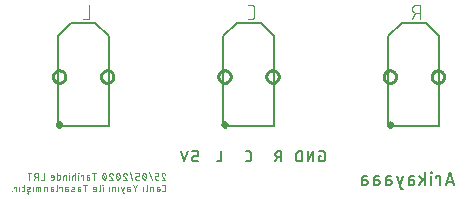
<source format=gbr>
G04 EAGLE Gerber RS-274X export*
G75*
%MOMM*%
%FSLAX34Y34*%
%LPD*%
%INSilkscreen Bottom*%
%IPPOS*%
%AMOC8*
5,1,8,0,0,1.08239X$1,22.5*%
G01*
%ADD10C,0.152400*%
%ADD11C,0.101600*%
%ADD12C,0.177800*%
%ADD13C,0.127000*%
%ADD14C,0.254000*%


D10*
X212211Y35762D02*
X209332Y35762D01*
X209246Y35764D01*
X209160Y35770D01*
X209074Y35779D01*
X208989Y35793D01*
X208905Y35810D01*
X208821Y35831D01*
X208739Y35856D01*
X208658Y35884D01*
X208578Y35916D01*
X208499Y35952D01*
X208423Y35991D01*
X208348Y36034D01*
X208275Y36079D01*
X208204Y36128D01*
X208136Y36181D01*
X208069Y36236D01*
X208006Y36294D01*
X207945Y36355D01*
X207887Y36418D01*
X207832Y36485D01*
X207779Y36553D01*
X207730Y36624D01*
X207685Y36697D01*
X207642Y36772D01*
X207603Y36848D01*
X207567Y36927D01*
X207535Y37007D01*
X207507Y37088D01*
X207482Y37170D01*
X207461Y37254D01*
X207444Y37338D01*
X207430Y37423D01*
X207421Y37509D01*
X207415Y37595D01*
X207413Y37681D01*
X207413Y38641D01*
X207415Y38727D01*
X207421Y38813D01*
X207430Y38899D01*
X207444Y38984D01*
X207461Y39068D01*
X207482Y39152D01*
X207507Y39234D01*
X207535Y39315D01*
X207567Y39395D01*
X207603Y39474D01*
X207642Y39550D01*
X207685Y39625D01*
X207730Y39698D01*
X207780Y39769D01*
X207832Y39837D01*
X207887Y39904D01*
X207945Y39967D01*
X208006Y40028D01*
X208069Y40086D01*
X208136Y40141D01*
X208204Y40194D01*
X208275Y40243D01*
X208348Y40288D01*
X208423Y40331D01*
X208499Y40370D01*
X208578Y40406D01*
X208658Y40438D01*
X208739Y40466D01*
X208822Y40491D01*
X208905Y40512D01*
X208989Y40529D01*
X209074Y40543D01*
X209160Y40552D01*
X209246Y40558D01*
X209332Y40560D01*
X212211Y40560D01*
X212211Y44398D01*
X207413Y44398D01*
X203547Y44398D02*
X200668Y35762D01*
X197789Y44398D01*
X231919Y44398D02*
X231919Y35762D01*
X228081Y35762D01*
X253081Y35762D02*
X255000Y35762D01*
X255086Y35764D01*
X255172Y35770D01*
X255258Y35779D01*
X255343Y35793D01*
X255427Y35810D01*
X255511Y35831D01*
X255593Y35856D01*
X255674Y35884D01*
X255754Y35916D01*
X255833Y35952D01*
X255909Y35991D01*
X255984Y36034D01*
X256057Y36079D01*
X256128Y36129D01*
X256196Y36181D01*
X256263Y36236D01*
X256326Y36294D01*
X256387Y36355D01*
X256445Y36418D01*
X256500Y36485D01*
X256553Y36553D01*
X256602Y36624D01*
X256647Y36697D01*
X256690Y36772D01*
X256729Y36848D01*
X256765Y36927D01*
X256797Y37007D01*
X256825Y37088D01*
X256850Y37171D01*
X256871Y37254D01*
X256888Y37338D01*
X256902Y37423D01*
X256911Y37509D01*
X256917Y37595D01*
X256919Y37681D01*
X256919Y42479D01*
X256917Y42565D01*
X256911Y42651D01*
X256902Y42737D01*
X256888Y42822D01*
X256871Y42906D01*
X256850Y42990D01*
X256825Y43072D01*
X256797Y43153D01*
X256765Y43233D01*
X256729Y43312D01*
X256690Y43388D01*
X256647Y43463D01*
X256602Y43536D01*
X256553Y43607D01*
X256500Y43675D01*
X256445Y43742D01*
X256387Y43805D01*
X256326Y43866D01*
X256263Y43924D01*
X256197Y43979D01*
X256128Y44031D01*
X256057Y44081D01*
X255984Y44126D01*
X255909Y44169D01*
X255833Y44208D01*
X255754Y44244D01*
X255674Y44276D01*
X255593Y44304D01*
X255511Y44329D01*
X255427Y44350D01*
X255343Y44367D01*
X255258Y44381D01*
X255172Y44390D01*
X255086Y44396D01*
X255000Y44398D01*
X253081Y44398D01*
X282399Y44398D02*
X282399Y35762D01*
X282399Y44398D02*
X280000Y44398D01*
X279903Y44396D01*
X279807Y44390D01*
X279711Y44381D01*
X279615Y44367D01*
X279520Y44350D01*
X279426Y44328D01*
X279333Y44303D01*
X279240Y44275D01*
X279149Y44242D01*
X279060Y44206D01*
X278972Y44166D01*
X278885Y44123D01*
X278801Y44077D01*
X278718Y44027D01*
X278637Y43973D01*
X278559Y43917D01*
X278483Y43857D01*
X278409Y43795D01*
X278338Y43729D01*
X278270Y43661D01*
X278204Y43590D01*
X278142Y43516D01*
X278082Y43440D01*
X278026Y43362D01*
X277972Y43281D01*
X277922Y43199D01*
X277876Y43114D01*
X277833Y43027D01*
X277793Y42939D01*
X277757Y42850D01*
X277724Y42759D01*
X277696Y42666D01*
X277671Y42573D01*
X277649Y42479D01*
X277632Y42384D01*
X277618Y42288D01*
X277609Y42192D01*
X277603Y42096D01*
X277601Y41999D01*
X277603Y41902D01*
X277609Y41806D01*
X277618Y41710D01*
X277632Y41614D01*
X277649Y41519D01*
X277671Y41425D01*
X277696Y41332D01*
X277724Y41239D01*
X277757Y41148D01*
X277793Y41059D01*
X277833Y40971D01*
X277876Y40884D01*
X277922Y40800D01*
X277972Y40717D01*
X278026Y40636D01*
X278082Y40558D01*
X278142Y40482D01*
X278204Y40408D01*
X278270Y40337D01*
X278338Y40269D01*
X278409Y40203D01*
X278483Y40141D01*
X278559Y40081D01*
X278637Y40025D01*
X278718Y39971D01*
X278801Y39921D01*
X278885Y39875D01*
X278972Y39832D01*
X279060Y39792D01*
X279149Y39756D01*
X279240Y39723D01*
X279333Y39695D01*
X279426Y39670D01*
X279520Y39648D01*
X279615Y39631D01*
X279711Y39617D01*
X279807Y39608D01*
X279903Y39602D01*
X280000Y39600D01*
X282399Y39600D01*
X279520Y39600D02*
X277601Y35762D01*
X314855Y40560D02*
X316294Y40560D01*
X314855Y40560D02*
X314855Y35762D01*
X317733Y35762D01*
X317819Y35764D01*
X317905Y35770D01*
X317991Y35779D01*
X318076Y35793D01*
X318160Y35810D01*
X318244Y35831D01*
X318326Y35856D01*
X318407Y35884D01*
X318487Y35916D01*
X318566Y35952D01*
X318642Y35991D01*
X318717Y36034D01*
X318790Y36079D01*
X318861Y36129D01*
X318929Y36181D01*
X318996Y36236D01*
X319059Y36294D01*
X319120Y36355D01*
X319178Y36418D01*
X319233Y36485D01*
X319286Y36553D01*
X319335Y36624D01*
X319380Y36697D01*
X319423Y36772D01*
X319462Y36848D01*
X319498Y36927D01*
X319530Y37007D01*
X319558Y37088D01*
X319583Y37171D01*
X319604Y37254D01*
X319621Y37338D01*
X319635Y37423D01*
X319644Y37509D01*
X319650Y37595D01*
X319652Y37681D01*
X319652Y42479D01*
X319650Y42565D01*
X319644Y42651D01*
X319635Y42737D01*
X319621Y42822D01*
X319604Y42906D01*
X319583Y42990D01*
X319558Y43072D01*
X319530Y43153D01*
X319498Y43233D01*
X319462Y43312D01*
X319423Y43388D01*
X319380Y43463D01*
X319335Y43536D01*
X319286Y43607D01*
X319233Y43675D01*
X319178Y43742D01*
X319120Y43805D01*
X319059Y43866D01*
X318996Y43924D01*
X318930Y43979D01*
X318861Y44031D01*
X318790Y44081D01*
X318717Y44126D01*
X318642Y44169D01*
X318566Y44208D01*
X318487Y44244D01*
X318407Y44276D01*
X318326Y44304D01*
X318244Y44329D01*
X318160Y44350D01*
X318076Y44367D01*
X317991Y44381D01*
X317905Y44390D01*
X317819Y44396D01*
X317733Y44398D01*
X314855Y44398D01*
X309899Y44398D02*
X309899Y35762D01*
X305101Y35762D02*
X309899Y44398D01*
X305101Y44398D02*
X305101Y35762D01*
X300145Y35762D02*
X300145Y44398D01*
X297746Y44398D01*
X297649Y44396D01*
X297553Y44390D01*
X297457Y44381D01*
X297361Y44367D01*
X297266Y44350D01*
X297172Y44328D01*
X297079Y44303D01*
X296986Y44275D01*
X296895Y44242D01*
X296806Y44206D01*
X296718Y44166D01*
X296631Y44123D01*
X296547Y44077D01*
X296464Y44027D01*
X296383Y43973D01*
X296305Y43917D01*
X296229Y43857D01*
X296155Y43795D01*
X296084Y43729D01*
X296016Y43661D01*
X295950Y43590D01*
X295888Y43516D01*
X295828Y43440D01*
X295772Y43362D01*
X295718Y43281D01*
X295668Y43199D01*
X295622Y43114D01*
X295579Y43027D01*
X295539Y42939D01*
X295503Y42850D01*
X295470Y42759D01*
X295442Y42666D01*
X295417Y42573D01*
X295395Y42479D01*
X295378Y42384D01*
X295364Y42288D01*
X295355Y42192D01*
X295349Y42096D01*
X295347Y41999D01*
X295348Y41999D02*
X295348Y38161D01*
X295347Y38161D02*
X295349Y38064D01*
X295355Y37968D01*
X295364Y37872D01*
X295378Y37776D01*
X295395Y37681D01*
X295417Y37587D01*
X295442Y37494D01*
X295470Y37401D01*
X295503Y37310D01*
X295539Y37221D01*
X295579Y37133D01*
X295622Y37046D01*
X295668Y36962D01*
X295718Y36879D01*
X295772Y36798D01*
X295828Y36720D01*
X295888Y36644D01*
X295950Y36570D01*
X296016Y36499D01*
X296084Y36431D01*
X296155Y36365D01*
X296229Y36303D01*
X296305Y36243D01*
X296383Y36187D01*
X296464Y36133D01*
X296547Y36083D01*
X296631Y36037D01*
X296718Y35994D01*
X296806Y35954D01*
X296895Y35918D01*
X296986Y35885D01*
X297079Y35857D01*
X297172Y35832D01*
X297266Y35810D01*
X297361Y35793D01*
X297457Y35779D01*
X297553Y35770D01*
X297649Y35764D01*
X297746Y35762D01*
X300145Y35762D01*
D11*
X182816Y25742D02*
X182744Y25740D01*
X182673Y25734D01*
X182602Y25725D01*
X182531Y25712D01*
X182461Y25695D01*
X182392Y25675D01*
X182325Y25651D01*
X182258Y25623D01*
X182194Y25593D01*
X182131Y25558D01*
X182069Y25521D01*
X182010Y25480D01*
X181953Y25436D01*
X181899Y25390D01*
X181847Y25340D01*
X181797Y25288D01*
X181751Y25234D01*
X181707Y25177D01*
X181666Y25118D01*
X181629Y25057D01*
X181594Y24993D01*
X181564Y24929D01*
X181536Y24862D01*
X181512Y24795D01*
X181492Y24726D01*
X181475Y24656D01*
X181462Y24585D01*
X181453Y24514D01*
X181447Y24443D01*
X181445Y24371D01*
X182816Y25742D02*
X182898Y25740D01*
X182980Y25734D01*
X183061Y25725D01*
X183142Y25712D01*
X183222Y25694D01*
X183302Y25674D01*
X183380Y25649D01*
X183457Y25621D01*
X183533Y25590D01*
X183607Y25554D01*
X183679Y25516D01*
X183750Y25474D01*
X183818Y25429D01*
X183885Y25381D01*
X183949Y25329D01*
X184010Y25275D01*
X184069Y25218D01*
X184125Y25158D01*
X184179Y25096D01*
X184229Y25032D01*
X184277Y24965D01*
X184321Y24896D01*
X184362Y24824D01*
X184399Y24752D01*
X184434Y24677D01*
X184464Y24601D01*
X184491Y24524D01*
X181902Y23304D02*
X181849Y23357D01*
X181800Y23412D01*
X181752Y23470D01*
X181708Y23530D01*
X181667Y23593D01*
X181630Y23657D01*
X181595Y23723D01*
X181564Y23791D01*
X181536Y23860D01*
X181512Y23931D01*
X181492Y24002D01*
X181475Y24075D01*
X181462Y24148D01*
X181453Y24222D01*
X181447Y24296D01*
X181445Y24371D01*
X181902Y23305D02*
X184492Y20258D01*
X181445Y20258D01*
X178642Y20258D02*
X176814Y20258D01*
X176746Y20260D01*
X176678Y20266D01*
X176610Y20275D01*
X176543Y20289D01*
X176477Y20306D01*
X176411Y20326D01*
X176348Y20351D01*
X176285Y20379D01*
X176224Y20410D01*
X176165Y20445D01*
X176109Y20483D01*
X176054Y20524D01*
X176002Y20568D01*
X175952Y20615D01*
X175905Y20665D01*
X175861Y20717D01*
X175820Y20772D01*
X175782Y20828D01*
X175747Y20887D01*
X175716Y20948D01*
X175688Y21011D01*
X175663Y21074D01*
X175643Y21140D01*
X175626Y21206D01*
X175612Y21273D01*
X175603Y21341D01*
X175597Y21409D01*
X175595Y21477D01*
X175595Y22086D01*
X175597Y22154D01*
X175603Y22222D01*
X175612Y22290D01*
X175626Y22357D01*
X175643Y22423D01*
X175663Y22489D01*
X175688Y22552D01*
X175716Y22615D01*
X175747Y22676D01*
X175782Y22735D01*
X175820Y22791D01*
X175861Y22846D01*
X175905Y22898D01*
X175952Y22948D01*
X176002Y22995D01*
X176054Y23039D01*
X176109Y23080D01*
X176165Y23118D01*
X176224Y23153D01*
X176285Y23184D01*
X176348Y23212D01*
X176411Y23237D01*
X176477Y23257D01*
X176543Y23274D01*
X176610Y23288D01*
X176678Y23297D01*
X176746Y23303D01*
X176814Y23305D01*
X178642Y23305D01*
X178642Y25742D01*
X175595Y25742D01*
X170635Y26351D02*
X173072Y19649D01*
X168112Y23000D02*
X168110Y23128D01*
X168105Y23256D01*
X168096Y23384D01*
X168083Y23511D01*
X168067Y23638D01*
X168047Y23765D01*
X168023Y23891D01*
X167996Y24016D01*
X167966Y24141D01*
X167932Y24264D01*
X167894Y24387D01*
X167853Y24508D01*
X167809Y24628D01*
X167761Y24747D01*
X167710Y24864D01*
X167655Y24980D01*
X167632Y25043D01*
X167605Y25104D01*
X167574Y25163D01*
X167540Y25220D01*
X167503Y25275D01*
X167462Y25328D01*
X167418Y25378D01*
X167372Y25426D01*
X167323Y25470D01*
X167271Y25512D01*
X167217Y25551D01*
X167160Y25586D01*
X167102Y25618D01*
X167042Y25647D01*
X166980Y25672D01*
X166917Y25693D01*
X166853Y25711D01*
X166788Y25724D01*
X166722Y25734D01*
X166656Y25740D01*
X166589Y25742D01*
X166522Y25740D01*
X166456Y25734D01*
X166390Y25724D01*
X166325Y25711D01*
X166261Y25693D01*
X166198Y25672D01*
X166136Y25647D01*
X166076Y25618D01*
X166018Y25586D01*
X165961Y25551D01*
X165907Y25512D01*
X165855Y25471D01*
X165806Y25426D01*
X165760Y25378D01*
X165716Y25328D01*
X165675Y25275D01*
X165638Y25220D01*
X165604Y25163D01*
X165573Y25104D01*
X165546Y25043D01*
X165523Y24981D01*
X165523Y24980D02*
X165468Y24864D01*
X165417Y24747D01*
X165369Y24628D01*
X165325Y24508D01*
X165284Y24387D01*
X165246Y24264D01*
X165212Y24141D01*
X165182Y24016D01*
X165155Y23891D01*
X165131Y23765D01*
X165111Y23638D01*
X165095Y23511D01*
X165082Y23384D01*
X165073Y23256D01*
X165068Y23128D01*
X165066Y23000D01*
X168112Y23000D02*
X168110Y22872D01*
X168105Y22744D01*
X168096Y22616D01*
X168083Y22489D01*
X168067Y22362D01*
X168047Y22235D01*
X168023Y22109D01*
X167996Y21984D01*
X167966Y21859D01*
X167932Y21736D01*
X167894Y21614D01*
X167853Y21492D01*
X167809Y21372D01*
X167761Y21253D01*
X167710Y21136D01*
X167655Y21020D01*
X167632Y20957D01*
X167605Y20896D01*
X167574Y20837D01*
X167540Y20780D01*
X167503Y20725D01*
X167462Y20672D01*
X167418Y20622D01*
X167372Y20574D01*
X167323Y20529D01*
X167271Y20488D01*
X167217Y20449D01*
X167160Y20414D01*
X167102Y20382D01*
X167042Y20353D01*
X166980Y20328D01*
X166917Y20307D01*
X166853Y20289D01*
X166788Y20276D01*
X166722Y20266D01*
X166656Y20260D01*
X166589Y20258D01*
X165523Y21020D02*
X165468Y21136D01*
X165417Y21253D01*
X165369Y21372D01*
X165325Y21492D01*
X165284Y21614D01*
X165246Y21736D01*
X165212Y21859D01*
X165182Y21984D01*
X165155Y22109D01*
X165131Y22235D01*
X165111Y22362D01*
X165095Y22489D01*
X165082Y22616D01*
X165073Y22744D01*
X165068Y22872D01*
X165066Y23000D01*
X165523Y21019D02*
X165546Y20957D01*
X165573Y20896D01*
X165604Y20837D01*
X165638Y20780D01*
X165675Y20725D01*
X165716Y20672D01*
X165760Y20622D01*
X165806Y20574D01*
X165855Y20529D01*
X165907Y20488D01*
X165961Y20449D01*
X166018Y20414D01*
X166076Y20382D01*
X166136Y20353D01*
X166198Y20328D01*
X166261Y20307D01*
X166325Y20289D01*
X166390Y20276D01*
X166456Y20266D01*
X166522Y20260D01*
X166589Y20258D01*
X167807Y21477D02*
X165370Y24523D01*
X162262Y20258D02*
X160434Y20258D01*
X160366Y20260D01*
X160298Y20266D01*
X160230Y20275D01*
X160163Y20289D01*
X160097Y20306D01*
X160031Y20326D01*
X159968Y20351D01*
X159905Y20379D01*
X159844Y20410D01*
X159785Y20445D01*
X159729Y20483D01*
X159674Y20524D01*
X159622Y20568D01*
X159572Y20615D01*
X159525Y20665D01*
X159481Y20717D01*
X159440Y20772D01*
X159402Y20828D01*
X159367Y20887D01*
X159336Y20948D01*
X159308Y21011D01*
X159283Y21074D01*
X159263Y21140D01*
X159246Y21206D01*
X159232Y21273D01*
X159223Y21341D01*
X159217Y21409D01*
X159215Y21477D01*
X159215Y22086D01*
X159217Y22154D01*
X159223Y22222D01*
X159232Y22290D01*
X159246Y22357D01*
X159263Y22423D01*
X159283Y22489D01*
X159308Y22552D01*
X159336Y22615D01*
X159367Y22676D01*
X159402Y22735D01*
X159440Y22791D01*
X159481Y22846D01*
X159525Y22898D01*
X159572Y22948D01*
X159622Y22995D01*
X159674Y23039D01*
X159729Y23080D01*
X159785Y23118D01*
X159844Y23153D01*
X159905Y23184D01*
X159968Y23212D01*
X160031Y23237D01*
X160097Y23257D01*
X160163Y23274D01*
X160230Y23288D01*
X160298Y23297D01*
X160366Y23303D01*
X160434Y23305D01*
X162262Y23305D01*
X162262Y25742D01*
X159215Y25742D01*
X154255Y26351D02*
X156692Y19649D01*
X150056Y25742D02*
X149984Y25740D01*
X149913Y25734D01*
X149842Y25725D01*
X149771Y25712D01*
X149701Y25695D01*
X149632Y25675D01*
X149565Y25651D01*
X149498Y25623D01*
X149434Y25593D01*
X149371Y25558D01*
X149309Y25521D01*
X149250Y25480D01*
X149193Y25436D01*
X149139Y25390D01*
X149087Y25340D01*
X149037Y25288D01*
X148991Y25234D01*
X148947Y25177D01*
X148906Y25118D01*
X148869Y25057D01*
X148834Y24993D01*
X148804Y24929D01*
X148776Y24862D01*
X148752Y24795D01*
X148732Y24726D01*
X148715Y24656D01*
X148702Y24585D01*
X148693Y24514D01*
X148687Y24443D01*
X148685Y24371D01*
X150056Y25742D02*
X150138Y25740D01*
X150220Y25734D01*
X150301Y25725D01*
X150382Y25712D01*
X150462Y25694D01*
X150542Y25674D01*
X150620Y25649D01*
X150697Y25621D01*
X150773Y25590D01*
X150847Y25554D01*
X150919Y25516D01*
X150990Y25474D01*
X151058Y25429D01*
X151125Y25381D01*
X151189Y25329D01*
X151250Y25275D01*
X151309Y25218D01*
X151365Y25158D01*
X151419Y25096D01*
X151469Y25032D01*
X151517Y24965D01*
X151561Y24896D01*
X151602Y24824D01*
X151639Y24752D01*
X151674Y24677D01*
X151704Y24601D01*
X151731Y24524D01*
X149142Y23304D02*
X149089Y23357D01*
X149040Y23412D01*
X148992Y23470D01*
X148948Y23530D01*
X148907Y23593D01*
X148870Y23657D01*
X148835Y23723D01*
X148804Y23791D01*
X148776Y23860D01*
X148752Y23931D01*
X148732Y24002D01*
X148715Y24075D01*
X148702Y24148D01*
X148693Y24222D01*
X148687Y24296D01*
X148685Y24371D01*
X149142Y23305D02*
X151732Y20258D01*
X148685Y20258D01*
X145882Y23000D02*
X145880Y23128D01*
X145875Y23256D01*
X145866Y23384D01*
X145853Y23511D01*
X145837Y23638D01*
X145817Y23765D01*
X145793Y23891D01*
X145766Y24016D01*
X145736Y24141D01*
X145702Y24264D01*
X145664Y24387D01*
X145623Y24508D01*
X145579Y24628D01*
X145531Y24747D01*
X145480Y24864D01*
X145425Y24980D01*
X145402Y25043D01*
X145375Y25104D01*
X145344Y25163D01*
X145310Y25220D01*
X145273Y25275D01*
X145232Y25328D01*
X145188Y25378D01*
X145142Y25426D01*
X145093Y25470D01*
X145041Y25512D01*
X144987Y25551D01*
X144930Y25586D01*
X144872Y25618D01*
X144812Y25647D01*
X144750Y25672D01*
X144687Y25693D01*
X144623Y25711D01*
X144558Y25724D01*
X144492Y25734D01*
X144426Y25740D01*
X144359Y25742D01*
X144292Y25740D01*
X144226Y25734D01*
X144160Y25724D01*
X144095Y25711D01*
X144031Y25693D01*
X143968Y25672D01*
X143906Y25647D01*
X143846Y25618D01*
X143788Y25586D01*
X143731Y25551D01*
X143677Y25512D01*
X143625Y25471D01*
X143576Y25426D01*
X143530Y25378D01*
X143486Y25328D01*
X143445Y25275D01*
X143408Y25220D01*
X143374Y25163D01*
X143343Y25104D01*
X143316Y25043D01*
X143293Y24981D01*
X143293Y24980D02*
X143238Y24864D01*
X143187Y24747D01*
X143139Y24628D01*
X143095Y24508D01*
X143054Y24387D01*
X143016Y24264D01*
X142982Y24141D01*
X142952Y24016D01*
X142925Y23891D01*
X142901Y23765D01*
X142881Y23638D01*
X142865Y23511D01*
X142852Y23384D01*
X142843Y23256D01*
X142838Y23128D01*
X142836Y23000D01*
X145882Y23000D02*
X145880Y22872D01*
X145875Y22744D01*
X145866Y22616D01*
X145853Y22489D01*
X145837Y22362D01*
X145817Y22235D01*
X145793Y22109D01*
X145766Y21984D01*
X145736Y21859D01*
X145702Y21736D01*
X145664Y21614D01*
X145623Y21492D01*
X145579Y21372D01*
X145531Y21253D01*
X145480Y21136D01*
X145425Y21020D01*
X145402Y20957D01*
X145375Y20896D01*
X145344Y20837D01*
X145310Y20780D01*
X145273Y20725D01*
X145232Y20672D01*
X145188Y20622D01*
X145142Y20574D01*
X145093Y20529D01*
X145041Y20488D01*
X144987Y20449D01*
X144930Y20414D01*
X144872Y20382D01*
X144812Y20353D01*
X144750Y20328D01*
X144687Y20307D01*
X144623Y20289D01*
X144558Y20276D01*
X144492Y20266D01*
X144426Y20260D01*
X144359Y20258D01*
X143293Y21020D02*
X143238Y21136D01*
X143187Y21253D01*
X143139Y21372D01*
X143095Y21492D01*
X143054Y21614D01*
X143016Y21736D01*
X142982Y21859D01*
X142952Y21984D01*
X142925Y22109D01*
X142901Y22235D01*
X142881Y22362D01*
X142865Y22489D01*
X142852Y22616D01*
X142843Y22744D01*
X142838Y22872D01*
X142836Y23000D01*
X143293Y21019D02*
X143316Y20957D01*
X143343Y20896D01*
X143374Y20837D01*
X143408Y20780D01*
X143445Y20725D01*
X143486Y20672D01*
X143530Y20622D01*
X143576Y20574D01*
X143625Y20529D01*
X143677Y20488D01*
X143731Y20449D01*
X143788Y20414D01*
X143846Y20382D01*
X143906Y20353D01*
X143968Y20328D01*
X144031Y20307D01*
X144095Y20289D01*
X144160Y20276D01*
X144226Y20266D01*
X144292Y20260D01*
X144359Y20258D01*
X145578Y21477D02*
X143140Y24523D01*
X138357Y25742D02*
X138285Y25740D01*
X138214Y25734D01*
X138143Y25725D01*
X138072Y25712D01*
X138002Y25695D01*
X137933Y25675D01*
X137866Y25651D01*
X137799Y25623D01*
X137735Y25593D01*
X137672Y25558D01*
X137610Y25521D01*
X137551Y25480D01*
X137494Y25436D01*
X137440Y25390D01*
X137388Y25340D01*
X137338Y25288D01*
X137292Y25234D01*
X137248Y25177D01*
X137207Y25118D01*
X137170Y25057D01*
X137135Y24993D01*
X137105Y24929D01*
X137077Y24862D01*
X137053Y24795D01*
X137033Y24726D01*
X137016Y24656D01*
X137003Y24585D01*
X136994Y24514D01*
X136988Y24443D01*
X136986Y24371D01*
X138357Y25742D02*
X138439Y25740D01*
X138521Y25734D01*
X138602Y25725D01*
X138683Y25712D01*
X138763Y25694D01*
X138843Y25674D01*
X138921Y25649D01*
X138998Y25621D01*
X139074Y25590D01*
X139148Y25554D01*
X139220Y25516D01*
X139291Y25474D01*
X139359Y25429D01*
X139426Y25381D01*
X139490Y25329D01*
X139551Y25275D01*
X139610Y25218D01*
X139666Y25158D01*
X139720Y25096D01*
X139770Y25032D01*
X139818Y24965D01*
X139862Y24896D01*
X139903Y24824D01*
X139940Y24752D01*
X139975Y24677D01*
X140005Y24601D01*
X140032Y24524D01*
X137442Y23304D02*
X137389Y23357D01*
X137340Y23412D01*
X137292Y23470D01*
X137248Y23530D01*
X137207Y23593D01*
X137170Y23657D01*
X137135Y23723D01*
X137104Y23791D01*
X137076Y23860D01*
X137052Y23931D01*
X137032Y24002D01*
X137015Y24075D01*
X137002Y24148D01*
X136993Y24222D01*
X136987Y24296D01*
X136985Y24371D01*
X137443Y23305D02*
X140032Y20258D01*
X136986Y20258D01*
X134182Y23000D02*
X134180Y23128D01*
X134175Y23256D01*
X134166Y23384D01*
X134153Y23511D01*
X134137Y23638D01*
X134117Y23765D01*
X134093Y23891D01*
X134066Y24016D01*
X134036Y24141D01*
X134002Y24264D01*
X133964Y24387D01*
X133923Y24508D01*
X133879Y24628D01*
X133831Y24747D01*
X133780Y24864D01*
X133725Y24980D01*
X133702Y25043D01*
X133675Y25104D01*
X133644Y25163D01*
X133610Y25220D01*
X133573Y25275D01*
X133532Y25328D01*
X133488Y25378D01*
X133442Y25426D01*
X133393Y25470D01*
X133341Y25512D01*
X133287Y25551D01*
X133230Y25586D01*
X133172Y25618D01*
X133112Y25647D01*
X133050Y25672D01*
X132987Y25693D01*
X132923Y25711D01*
X132858Y25724D01*
X132792Y25734D01*
X132726Y25740D01*
X132659Y25742D01*
X132592Y25740D01*
X132526Y25734D01*
X132460Y25724D01*
X132395Y25711D01*
X132331Y25693D01*
X132268Y25672D01*
X132206Y25647D01*
X132146Y25618D01*
X132088Y25586D01*
X132031Y25551D01*
X131977Y25512D01*
X131925Y25471D01*
X131876Y25426D01*
X131830Y25378D01*
X131786Y25328D01*
X131745Y25275D01*
X131708Y25220D01*
X131674Y25163D01*
X131643Y25104D01*
X131616Y25043D01*
X131593Y24981D01*
X131593Y24980D02*
X131538Y24864D01*
X131487Y24747D01*
X131439Y24628D01*
X131395Y24508D01*
X131354Y24387D01*
X131316Y24264D01*
X131282Y24141D01*
X131252Y24016D01*
X131225Y23891D01*
X131201Y23765D01*
X131181Y23638D01*
X131165Y23511D01*
X131152Y23384D01*
X131143Y23256D01*
X131138Y23128D01*
X131136Y23000D01*
X134182Y23000D02*
X134180Y22872D01*
X134175Y22744D01*
X134166Y22616D01*
X134153Y22489D01*
X134137Y22362D01*
X134117Y22235D01*
X134093Y22109D01*
X134066Y21984D01*
X134036Y21859D01*
X134002Y21736D01*
X133964Y21614D01*
X133923Y21492D01*
X133879Y21372D01*
X133831Y21253D01*
X133780Y21136D01*
X133725Y21020D01*
X133702Y20957D01*
X133675Y20896D01*
X133644Y20837D01*
X133610Y20780D01*
X133573Y20725D01*
X133532Y20672D01*
X133488Y20622D01*
X133442Y20574D01*
X133393Y20529D01*
X133341Y20488D01*
X133287Y20449D01*
X133230Y20414D01*
X133172Y20382D01*
X133112Y20353D01*
X133050Y20328D01*
X132987Y20307D01*
X132923Y20289D01*
X132858Y20276D01*
X132792Y20266D01*
X132726Y20260D01*
X132659Y20258D01*
X131593Y21020D02*
X131538Y21136D01*
X131487Y21253D01*
X131439Y21372D01*
X131395Y21492D01*
X131354Y21614D01*
X131316Y21736D01*
X131282Y21859D01*
X131252Y21984D01*
X131225Y22109D01*
X131201Y22235D01*
X131181Y22362D01*
X131165Y22489D01*
X131152Y22616D01*
X131143Y22744D01*
X131138Y22872D01*
X131136Y23000D01*
X131593Y21019D02*
X131616Y20957D01*
X131643Y20896D01*
X131674Y20837D01*
X131708Y20780D01*
X131745Y20725D01*
X131786Y20672D01*
X131830Y20622D01*
X131876Y20574D01*
X131925Y20529D01*
X131977Y20488D01*
X132031Y20449D01*
X132088Y20414D01*
X132146Y20382D01*
X132206Y20353D01*
X132268Y20328D01*
X132331Y20307D01*
X132395Y20289D01*
X132460Y20276D01*
X132526Y20266D01*
X132592Y20260D01*
X132659Y20258D01*
X133878Y21477D02*
X131440Y24523D01*
X124079Y25742D02*
X124079Y20258D01*
X125602Y25742D02*
X122556Y25742D01*
X119206Y22391D02*
X117835Y22391D01*
X119206Y22390D02*
X119270Y22388D01*
X119334Y22382D01*
X119398Y22373D01*
X119461Y22359D01*
X119523Y22342D01*
X119584Y22321D01*
X119644Y22296D01*
X119701Y22268D01*
X119757Y22236D01*
X119812Y22201D01*
X119863Y22163D01*
X119913Y22122D01*
X119960Y22078D01*
X120004Y22031D01*
X120045Y21981D01*
X120083Y21930D01*
X120118Y21875D01*
X120150Y21819D01*
X120178Y21762D01*
X120203Y21702D01*
X120224Y21641D01*
X120241Y21579D01*
X120255Y21516D01*
X120264Y21452D01*
X120270Y21388D01*
X120272Y21324D01*
X120270Y21260D01*
X120264Y21196D01*
X120255Y21132D01*
X120241Y21069D01*
X120224Y21007D01*
X120203Y20946D01*
X120178Y20886D01*
X120150Y20829D01*
X120118Y20773D01*
X120083Y20718D01*
X120045Y20667D01*
X120004Y20617D01*
X119960Y20570D01*
X119913Y20526D01*
X119863Y20485D01*
X119812Y20447D01*
X119757Y20412D01*
X119701Y20380D01*
X119644Y20352D01*
X119584Y20327D01*
X119523Y20306D01*
X119461Y20289D01*
X119398Y20275D01*
X119334Y20266D01*
X119270Y20260D01*
X119206Y20258D01*
X117835Y20258D01*
X117835Y23000D01*
X117837Y23060D01*
X117843Y23119D01*
X117853Y23178D01*
X117866Y23237D01*
X117884Y23294D01*
X117905Y23350D01*
X117929Y23404D01*
X117957Y23457D01*
X117989Y23508D01*
X118024Y23556D01*
X118062Y23603D01*
X118103Y23646D01*
X118146Y23687D01*
X118193Y23725D01*
X118241Y23760D01*
X118292Y23792D01*
X118345Y23820D01*
X118399Y23844D01*
X118455Y23865D01*
X118512Y23883D01*
X118571Y23896D01*
X118630Y23906D01*
X118689Y23912D01*
X118749Y23914D01*
X119967Y23914D01*
X114717Y23914D02*
X114717Y20258D01*
X114717Y23914D02*
X112889Y23914D01*
X112889Y23305D01*
X111014Y23914D02*
X111014Y20258D01*
X111166Y25437D02*
X111166Y25742D01*
X110862Y25742D01*
X110862Y25437D01*
X111166Y25437D01*
X108333Y25742D02*
X108333Y20258D01*
X108333Y23914D02*
X106809Y23914D01*
X106749Y23912D01*
X106690Y23906D01*
X106631Y23896D01*
X106572Y23883D01*
X106515Y23865D01*
X106459Y23844D01*
X106405Y23820D01*
X106352Y23792D01*
X106301Y23760D01*
X106253Y23725D01*
X106206Y23687D01*
X106163Y23646D01*
X106122Y23603D01*
X106084Y23556D01*
X106049Y23508D01*
X106017Y23457D01*
X105989Y23404D01*
X105965Y23350D01*
X105944Y23294D01*
X105926Y23237D01*
X105913Y23178D01*
X105903Y23119D01*
X105897Y23060D01*
X105895Y23000D01*
X105895Y20258D01*
X103214Y20258D02*
X103214Y23914D01*
X103366Y25437D02*
X103366Y25742D01*
X103062Y25742D01*
X103062Y25437D01*
X103366Y25437D01*
X100533Y23914D02*
X100533Y20258D01*
X100533Y23914D02*
X99009Y23914D01*
X98949Y23912D01*
X98890Y23906D01*
X98831Y23896D01*
X98772Y23883D01*
X98715Y23865D01*
X98659Y23844D01*
X98605Y23820D01*
X98552Y23792D01*
X98501Y23760D01*
X98453Y23725D01*
X98406Y23687D01*
X98363Y23646D01*
X98322Y23603D01*
X98284Y23556D01*
X98249Y23508D01*
X98217Y23457D01*
X98189Y23404D01*
X98165Y23350D01*
X98144Y23294D01*
X98126Y23237D01*
X98113Y23178D01*
X98103Y23119D01*
X98097Y23060D01*
X98095Y23000D01*
X98095Y20258D01*
X92875Y20258D02*
X92875Y25742D01*
X92875Y20258D02*
X94398Y20258D01*
X94458Y20260D01*
X94517Y20266D01*
X94576Y20276D01*
X94635Y20289D01*
X94692Y20307D01*
X94748Y20328D01*
X94802Y20352D01*
X94855Y20380D01*
X94906Y20412D01*
X94954Y20447D01*
X95001Y20485D01*
X95044Y20526D01*
X95085Y20569D01*
X95123Y20616D01*
X95158Y20664D01*
X95190Y20715D01*
X95218Y20768D01*
X95242Y20822D01*
X95263Y20878D01*
X95281Y20935D01*
X95294Y20994D01*
X95304Y21053D01*
X95310Y21112D01*
X95312Y21172D01*
X95312Y23000D01*
X95310Y23060D01*
X95304Y23119D01*
X95294Y23178D01*
X95281Y23237D01*
X95263Y23294D01*
X95242Y23350D01*
X95218Y23404D01*
X95190Y23457D01*
X95158Y23508D01*
X95123Y23556D01*
X95085Y23603D01*
X95044Y23646D01*
X95001Y23687D01*
X94954Y23725D01*
X94906Y23760D01*
X94855Y23792D01*
X94802Y23820D01*
X94748Y23844D01*
X94692Y23865D01*
X94635Y23883D01*
X94576Y23896D01*
X94517Y23906D01*
X94458Y23912D01*
X94398Y23914D01*
X92875Y23914D01*
X89089Y20258D02*
X87565Y20258D01*
X89089Y20258D02*
X89149Y20260D01*
X89208Y20266D01*
X89267Y20276D01*
X89326Y20289D01*
X89383Y20307D01*
X89439Y20328D01*
X89493Y20352D01*
X89546Y20380D01*
X89597Y20412D01*
X89645Y20447D01*
X89692Y20485D01*
X89735Y20526D01*
X89776Y20569D01*
X89814Y20616D01*
X89849Y20664D01*
X89881Y20715D01*
X89909Y20768D01*
X89933Y20822D01*
X89954Y20878D01*
X89972Y20935D01*
X89985Y20994D01*
X89995Y21053D01*
X90001Y21112D01*
X90003Y21172D01*
X90003Y22695D01*
X90001Y22763D01*
X89995Y22831D01*
X89986Y22899D01*
X89972Y22966D01*
X89955Y23032D01*
X89935Y23098D01*
X89910Y23161D01*
X89882Y23224D01*
X89851Y23285D01*
X89816Y23344D01*
X89778Y23400D01*
X89737Y23455D01*
X89693Y23507D01*
X89646Y23557D01*
X89596Y23604D01*
X89544Y23648D01*
X89489Y23689D01*
X89433Y23727D01*
X89374Y23762D01*
X89313Y23793D01*
X89250Y23821D01*
X89187Y23846D01*
X89121Y23866D01*
X89055Y23883D01*
X88988Y23897D01*
X88920Y23906D01*
X88852Y23912D01*
X88784Y23914D01*
X88716Y23912D01*
X88648Y23906D01*
X88580Y23897D01*
X88513Y23883D01*
X88447Y23866D01*
X88381Y23846D01*
X88318Y23821D01*
X88255Y23793D01*
X88194Y23762D01*
X88135Y23727D01*
X88079Y23689D01*
X88024Y23648D01*
X87972Y23604D01*
X87922Y23557D01*
X87875Y23507D01*
X87831Y23455D01*
X87790Y23400D01*
X87752Y23344D01*
X87717Y23285D01*
X87686Y23224D01*
X87658Y23161D01*
X87633Y23098D01*
X87613Y23032D01*
X87596Y22966D01*
X87582Y22899D01*
X87573Y22831D01*
X87567Y22763D01*
X87565Y22695D01*
X87565Y22086D01*
X90003Y22086D01*
X81515Y20258D02*
X81515Y25742D01*
X81515Y20258D02*
X79078Y20258D01*
X76407Y20258D02*
X76407Y25742D01*
X74884Y25742D01*
X74807Y25740D01*
X74730Y25734D01*
X74653Y25724D01*
X74577Y25711D01*
X74502Y25693D01*
X74428Y25672D01*
X74355Y25647D01*
X74283Y25619D01*
X74213Y25586D01*
X74145Y25551D01*
X74078Y25511D01*
X74014Y25469D01*
X73952Y25423D01*
X73892Y25375D01*
X73835Y25323D01*
X73780Y25268D01*
X73728Y25211D01*
X73680Y25151D01*
X73634Y25089D01*
X73592Y25025D01*
X73552Y24958D01*
X73517Y24890D01*
X73484Y24820D01*
X73456Y24748D01*
X73431Y24675D01*
X73410Y24601D01*
X73392Y24526D01*
X73379Y24450D01*
X73369Y24373D01*
X73363Y24296D01*
X73361Y24219D01*
X73363Y24142D01*
X73369Y24065D01*
X73379Y23988D01*
X73392Y23912D01*
X73410Y23837D01*
X73431Y23763D01*
X73456Y23690D01*
X73484Y23618D01*
X73517Y23548D01*
X73552Y23480D01*
X73592Y23413D01*
X73634Y23349D01*
X73680Y23287D01*
X73728Y23227D01*
X73780Y23170D01*
X73835Y23115D01*
X73892Y23063D01*
X73952Y23015D01*
X74014Y22969D01*
X74078Y22927D01*
X74145Y22887D01*
X74213Y22852D01*
X74283Y22819D01*
X74355Y22791D01*
X74428Y22766D01*
X74502Y22745D01*
X74577Y22727D01*
X74653Y22714D01*
X74730Y22704D01*
X74807Y22698D01*
X74884Y22696D01*
X74884Y22695D02*
X76407Y22695D01*
X74579Y22695D02*
X73360Y20258D01*
X69479Y20258D02*
X69479Y25742D01*
X67956Y25742D02*
X71003Y25742D01*
X182055Y10508D02*
X183273Y10508D01*
X183341Y10510D01*
X183409Y10516D01*
X183477Y10525D01*
X183544Y10539D01*
X183610Y10556D01*
X183676Y10576D01*
X183739Y10601D01*
X183802Y10629D01*
X183863Y10660D01*
X183922Y10695D01*
X183978Y10733D01*
X184033Y10774D01*
X184085Y10818D01*
X184135Y10865D01*
X184182Y10915D01*
X184226Y10967D01*
X184267Y11022D01*
X184305Y11078D01*
X184340Y11137D01*
X184371Y11198D01*
X184399Y11261D01*
X184424Y11324D01*
X184444Y11390D01*
X184461Y11456D01*
X184475Y11523D01*
X184484Y11591D01*
X184490Y11659D01*
X184492Y11727D01*
X184492Y14773D01*
X184490Y14841D01*
X184484Y14909D01*
X184475Y14977D01*
X184461Y15044D01*
X184444Y15110D01*
X184424Y15176D01*
X184399Y15239D01*
X184371Y15302D01*
X184340Y15363D01*
X184305Y15422D01*
X184267Y15478D01*
X184226Y15533D01*
X184182Y15585D01*
X184135Y15635D01*
X184085Y15682D01*
X184033Y15726D01*
X183978Y15767D01*
X183922Y15805D01*
X183863Y15840D01*
X183802Y15871D01*
X183740Y15899D01*
X183676Y15924D01*
X183611Y15944D01*
X183544Y15961D01*
X183477Y15975D01*
X183410Y15984D01*
X183341Y15990D01*
X183273Y15992D01*
X182055Y15992D01*
X178655Y12641D02*
X177284Y12641D01*
X178655Y12640D02*
X178719Y12638D01*
X178783Y12632D01*
X178847Y12623D01*
X178910Y12609D01*
X178972Y12592D01*
X179033Y12571D01*
X179093Y12546D01*
X179150Y12518D01*
X179206Y12486D01*
X179261Y12451D01*
X179312Y12413D01*
X179362Y12372D01*
X179409Y12328D01*
X179453Y12281D01*
X179494Y12231D01*
X179532Y12180D01*
X179567Y12125D01*
X179599Y12069D01*
X179627Y12012D01*
X179652Y11952D01*
X179673Y11891D01*
X179690Y11829D01*
X179704Y11766D01*
X179713Y11702D01*
X179719Y11638D01*
X179721Y11574D01*
X179719Y11510D01*
X179713Y11446D01*
X179704Y11382D01*
X179690Y11319D01*
X179673Y11257D01*
X179652Y11196D01*
X179627Y11136D01*
X179599Y11079D01*
X179567Y11023D01*
X179532Y10968D01*
X179494Y10917D01*
X179453Y10867D01*
X179409Y10820D01*
X179362Y10776D01*
X179312Y10735D01*
X179261Y10697D01*
X179206Y10662D01*
X179150Y10630D01*
X179093Y10602D01*
X179033Y10577D01*
X178972Y10556D01*
X178910Y10539D01*
X178847Y10525D01*
X178783Y10516D01*
X178719Y10510D01*
X178655Y10508D01*
X177284Y10508D01*
X177284Y13250D01*
X177286Y13310D01*
X177292Y13369D01*
X177302Y13428D01*
X177315Y13487D01*
X177333Y13544D01*
X177354Y13600D01*
X177378Y13654D01*
X177406Y13707D01*
X177438Y13758D01*
X177473Y13806D01*
X177511Y13853D01*
X177552Y13896D01*
X177595Y13937D01*
X177642Y13975D01*
X177690Y14010D01*
X177741Y14042D01*
X177794Y14070D01*
X177848Y14094D01*
X177904Y14115D01*
X177961Y14133D01*
X178020Y14146D01*
X178079Y14156D01*
X178138Y14162D01*
X178198Y14164D01*
X179417Y14164D01*
X174217Y14164D02*
X174217Y10508D01*
X174217Y14164D02*
X172694Y14164D01*
X172634Y14162D01*
X172575Y14156D01*
X172516Y14146D01*
X172457Y14133D01*
X172400Y14115D01*
X172344Y14094D01*
X172290Y14070D01*
X172237Y14042D01*
X172186Y14010D01*
X172138Y13975D01*
X172091Y13937D01*
X172048Y13896D01*
X172007Y13853D01*
X171969Y13806D01*
X171934Y13758D01*
X171902Y13707D01*
X171874Y13654D01*
X171850Y13600D01*
X171829Y13544D01*
X171811Y13487D01*
X171798Y13428D01*
X171788Y13369D01*
X171782Y13310D01*
X171780Y13250D01*
X171780Y10508D01*
X168932Y11422D02*
X168932Y15992D01*
X168932Y11422D02*
X168930Y11362D01*
X168924Y11303D01*
X168914Y11244D01*
X168901Y11185D01*
X168883Y11128D01*
X168862Y11072D01*
X168838Y11018D01*
X168810Y10965D01*
X168778Y10914D01*
X168743Y10866D01*
X168705Y10819D01*
X168664Y10776D01*
X168621Y10735D01*
X168574Y10697D01*
X168526Y10662D01*
X168475Y10630D01*
X168422Y10602D01*
X168368Y10578D01*
X168312Y10557D01*
X168255Y10539D01*
X168196Y10526D01*
X168137Y10516D01*
X168078Y10510D01*
X168018Y10508D01*
X165979Y10508D02*
X165979Y14164D01*
X160592Y15992D02*
X158764Y13402D01*
X156936Y15992D01*
X158764Y13402D02*
X158764Y10508D01*
X153501Y12641D02*
X152130Y12641D01*
X153501Y12640D02*
X153565Y12638D01*
X153629Y12632D01*
X153693Y12623D01*
X153756Y12609D01*
X153818Y12592D01*
X153879Y12571D01*
X153939Y12546D01*
X153996Y12518D01*
X154052Y12486D01*
X154107Y12451D01*
X154158Y12413D01*
X154208Y12372D01*
X154255Y12328D01*
X154299Y12281D01*
X154340Y12231D01*
X154378Y12180D01*
X154413Y12125D01*
X154445Y12069D01*
X154473Y12012D01*
X154498Y11952D01*
X154519Y11891D01*
X154536Y11829D01*
X154550Y11766D01*
X154559Y11702D01*
X154565Y11638D01*
X154567Y11574D01*
X154565Y11510D01*
X154559Y11446D01*
X154550Y11382D01*
X154536Y11319D01*
X154519Y11257D01*
X154498Y11196D01*
X154473Y11136D01*
X154445Y11079D01*
X154413Y11023D01*
X154378Y10968D01*
X154340Y10917D01*
X154299Y10867D01*
X154255Y10820D01*
X154208Y10776D01*
X154158Y10735D01*
X154107Y10697D01*
X154052Y10662D01*
X153996Y10630D01*
X153939Y10602D01*
X153879Y10577D01*
X153818Y10556D01*
X153756Y10539D01*
X153693Y10525D01*
X153629Y10516D01*
X153565Y10510D01*
X153501Y10508D01*
X152130Y10508D01*
X152130Y13250D01*
X152132Y13310D01*
X152138Y13369D01*
X152148Y13428D01*
X152161Y13487D01*
X152179Y13544D01*
X152200Y13600D01*
X152224Y13654D01*
X152252Y13707D01*
X152284Y13758D01*
X152319Y13806D01*
X152357Y13853D01*
X152398Y13896D01*
X152441Y13937D01*
X152488Y13975D01*
X152536Y14010D01*
X152587Y14042D01*
X152640Y14070D01*
X152694Y14094D01*
X152750Y14115D01*
X152807Y14133D01*
X152866Y14146D01*
X152925Y14156D01*
X152984Y14162D01*
X153044Y14164D01*
X154262Y14164D01*
X149452Y8680D02*
X148843Y8680D01*
X147015Y14164D01*
X149452Y14164D02*
X148234Y10508D01*
X144724Y10508D02*
X144724Y14164D01*
X142042Y14164D02*
X142042Y10508D01*
X142042Y14164D02*
X140519Y14164D01*
X140459Y14162D01*
X140400Y14156D01*
X140341Y14146D01*
X140282Y14133D01*
X140225Y14115D01*
X140169Y14094D01*
X140115Y14070D01*
X140062Y14042D01*
X140011Y14010D01*
X139963Y13975D01*
X139916Y13937D01*
X139873Y13896D01*
X139832Y13853D01*
X139794Y13806D01*
X139759Y13758D01*
X139727Y13707D01*
X139699Y13654D01*
X139675Y13600D01*
X139654Y13544D01*
X139636Y13487D01*
X139623Y13428D01*
X139613Y13369D01*
X139607Y13310D01*
X139605Y13250D01*
X139605Y10508D01*
X136924Y10508D02*
X136924Y14164D01*
X131464Y14164D02*
X131464Y10508D01*
X131616Y15687D02*
X131616Y15992D01*
X131311Y15992D01*
X131311Y15687D01*
X131616Y15687D01*
X128957Y15992D02*
X128957Y11422D01*
X128955Y11362D01*
X128949Y11303D01*
X128939Y11244D01*
X128926Y11185D01*
X128908Y11128D01*
X128887Y11072D01*
X128863Y11018D01*
X128835Y10965D01*
X128803Y10914D01*
X128768Y10866D01*
X128730Y10819D01*
X128689Y10776D01*
X128646Y10735D01*
X128599Y10697D01*
X128551Y10662D01*
X128500Y10630D01*
X128447Y10602D01*
X128393Y10578D01*
X128337Y10557D01*
X128280Y10539D01*
X128221Y10526D01*
X128162Y10516D01*
X128103Y10510D01*
X128043Y10508D01*
X124943Y10508D02*
X123420Y10508D01*
X124943Y10508D02*
X125003Y10510D01*
X125062Y10516D01*
X125121Y10526D01*
X125180Y10539D01*
X125237Y10557D01*
X125293Y10578D01*
X125347Y10602D01*
X125400Y10630D01*
X125451Y10662D01*
X125499Y10697D01*
X125546Y10735D01*
X125589Y10776D01*
X125630Y10819D01*
X125668Y10866D01*
X125703Y10914D01*
X125735Y10965D01*
X125763Y11018D01*
X125787Y11072D01*
X125808Y11128D01*
X125826Y11185D01*
X125839Y11244D01*
X125849Y11303D01*
X125855Y11362D01*
X125857Y11422D01*
X125857Y12945D01*
X125858Y12945D02*
X125856Y13013D01*
X125850Y13081D01*
X125841Y13149D01*
X125827Y13216D01*
X125810Y13282D01*
X125790Y13348D01*
X125765Y13411D01*
X125737Y13474D01*
X125706Y13535D01*
X125671Y13594D01*
X125633Y13650D01*
X125592Y13705D01*
X125548Y13757D01*
X125501Y13807D01*
X125451Y13854D01*
X125399Y13898D01*
X125344Y13939D01*
X125288Y13977D01*
X125229Y14012D01*
X125168Y14043D01*
X125105Y14071D01*
X125042Y14096D01*
X124976Y14116D01*
X124910Y14133D01*
X124843Y14147D01*
X124775Y14156D01*
X124707Y14162D01*
X124639Y14164D01*
X124571Y14162D01*
X124503Y14156D01*
X124435Y14147D01*
X124368Y14133D01*
X124302Y14116D01*
X124236Y14096D01*
X124173Y14071D01*
X124110Y14043D01*
X124049Y14012D01*
X123990Y13977D01*
X123934Y13939D01*
X123879Y13898D01*
X123827Y13854D01*
X123777Y13807D01*
X123730Y13757D01*
X123686Y13705D01*
X123645Y13650D01*
X123607Y13594D01*
X123572Y13535D01*
X123541Y13474D01*
X123513Y13411D01*
X123488Y13348D01*
X123468Y13282D01*
X123451Y13216D01*
X123437Y13149D01*
X123428Y13081D01*
X123422Y13013D01*
X123420Y12945D01*
X123420Y12336D01*
X125857Y12336D01*
X116449Y10508D02*
X116449Y15992D01*
X117972Y15992D02*
X114925Y15992D01*
X111576Y12641D02*
X110205Y12641D01*
X111576Y12640D02*
X111640Y12638D01*
X111704Y12632D01*
X111768Y12623D01*
X111831Y12609D01*
X111893Y12592D01*
X111954Y12571D01*
X112014Y12546D01*
X112071Y12518D01*
X112127Y12486D01*
X112182Y12451D01*
X112233Y12413D01*
X112283Y12372D01*
X112330Y12328D01*
X112374Y12281D01*
X112415Y12231D01*
X112453Y12180D01*
X112488Y12125D01*
X112520Y12069D01*
X112548Y12012D01*
X112573Y11952D01*
X112594Y11891D01*
X112611Y11829D01*
X112625Y11766D01*
X112634Y11702D01*
X112640Y11638D01*
X112642Y11574D01*
X112640Y11510D01*
X112634Y11446D01*
X112625Y11382D01*
X112611Y11319D01*
X112594Y11257D01*
X112573Y11196D01*
X112548Y11136D01*
X112520Y11079D01*
X112488Y11023D01*
X112453Y10968D01*
X112415Y10917D01*
X112374Y10867D01*
X112330Y10820D01*
X112283Y10776D01*
X112233Y10735D01*
X112182Y10697D01*
X112127Y10662D01*
X112071Y10630D01*
X112014Y10602D01*
X111954Y10577D01*
X111893Y10556D01*
X111831Y10539D01*
X111768Y10525D01*
X111704Y10516D01*
X111640Y10510D01*
X111576Y10508D01*
X110205Y10508D01*
X110205Y13250D01*
X110207Y13310D01*
X110213Y13369D01*
X110223Y13428D01*
X110236Y13487D01*
X110254Y13544D01*
X110275Y13600D01*
X110299Y13654D01*
X110327Y13707D01*
X110359Y13758D01*
X110394Y13806D01*
X110432Y13853D01*
X110473Y13896D01*
X110516Y13937D01*
X110563Y13975D01*
X110611Y14010D01*
X110662Y14042D01*
X110715Y14070D01*
X110769Y14094D01*
X110825Y14115D01*
X110882Y14133D01*
X110941Y14146D01*
X111000Y14156D01*
X111059Y14162D01*
X111119Y14164D01*
X112337Y14164D01*
X106876Y12641D02*
X105352Y12031D01*
X106875Y12641D02*
X106926Y12663D01*
X106974Y12688D01*
X107021Y12717D01*
X107065Y12749D01*
X107107Y12784D01*
X107147Y12822D01*
X107184Y12862D01*
X107218Y12905D01*
X107249Y12950D01*
X107277Y12998D01*
X107301Y13047D01*
X107322Y13097D01*
X107339Y13149D01*
X107353Y13202D01*
X107363Y13256D01*
X107369Y13311D01*
X107372Y13366D01*
X107371Y13420D01*
X107366Y13475D01*
X107357Y13529D01*
X107344Y13582D01*
X107328Y13635D01*
X107308Y13686D01*
X107285Y13735D01*
X107258Y13783D01*
X107228Y13829D01*
X107195Y13873D01*
X107159Y13914D01*
X107120Y13953D01*
X107078Y13989D01*
X107035Y14021D01*
X106989Y14051D01*
X106941Y14078D01*
X106891Y14101D01*
X106840Y14121D01*
X106788Y14137D01*
X106734Y14149D01*
X106680Y14158D01*
X106625Y14163D01*
X106571Y14164D01*
X106570Y14164D02*
X106462Y14160D01*
X106353Y14154D01*
X106245Y14144D01*
X106137Y14130D01*
X106029Y14113D01*
X105923Y14093D01*
X105816Y14069D01*
X105711Y14042D01*
X105606Y14012D01*
X105503Y13979D01*
X105401Y13942D01*
X105299Y13902D01*
X105200Y13859D01*
X105353Y12031D02*
X105302Y12009D01*
X105254Y11984D01*
X105207Y11955D01*
X105163Y11923D01*
X105121Y11888D01*
X105081Y11850D01*
X105044Y11810D01*
X105010Y11767D01*
X104979Y11722D01*
X104951Y11674D01*
X104927Y11625D01*
X104906Y11575D01*
X104889Y11523D01*
X104875Y11470D01*
X104865Y11416D01*
X104859Y11361D01*
X104856Y11306D01*
X104857Y11252D01*
X104862Y11197D01*
X104871Y11143D01*
X104884Y11090D01*
X104900Y11037D01*
X104920Y10986D01*
X104943Y10937D01*
X104970Y10889D01*
X105000Y10843D01*
X105033Y10799D01*
X105069Y10758D01*
X105108Y10719D01*
X105150Y10683D01*
X105193Y10651D01*
X105239Y10621D01*
X105287Y10594D01*
X105337Y10571D01*
X105388Y10551D01*
X105440Y10535D01*
X105494Y10523D01*
X105548Y10514D01*
X105602Y10509D01*
X105657Y10508D01*
X105657Y10509D02*
X105799Y10513D01*
X105942Y10520D01*
X106084Y10532D01*
X106225Y10548D01*
X106367Y10568D01*
X106507Y10591D01*
X106647Y10619D01*
X106786Y10650D01*
X106924Y10685D01*
X107062Y10724D01*
X107198Y10767D01*
X107332Y10813D01*
X101241Y12641D02*
X99870Y12641D01*
X101241Y12640D02*
X101305Y12638D01*
X101369Y12632D01*
X101433Y12623D01*
X101496Y12609D01*
X101558Y12592D01*
X101619Y12571D01*
X101679Y12546D01*
X101736Y12518D01*
X101792Y12486D01*
X101847Y12451D01*
X101898Y12413D01*
X101948Y12372D01*
X101995Y12328D01*
X102039Y12281D01*
X102080Y12231D01*
X102118Y12180D01*
X102153Y12125D01*
X102185Y12069D01*
X102213Y12012D01*
X102238Y11952D01*
X102259Y11891D01*
X102276Y11829D01*
X102290Y11766D01*
X102299Y11702D01*
X102305Y11638D01*
X102307Y11574D01*
X102305Y11510D01*
X102299Y11446D01*
X102290Y11382D01*
X102276Y11319D01*
X102259Y11257D01*
X102238Y11196D01*
X102213Y11136D01*
X102185Y11079D01*
X102153Y11023D01*
X102118Y10968D01*
X102080Y10917D01*
X102039Y10867D01*
X101995Y10820D01*
X101948Y10776D01*
X101898Y10735D01*
X101847Y10697D01*
X101792Y10662D01*
X101736Y10630D01*
X101679Y10602D01*
X101619Y10577D01*
X101558Y10556D01*
X101496Y10539D01*
X101433Y10525D01*
X101369Y10516D01*
X101305Y10510D01*
X101241Y10508D01*
X99870Y10508D01*
X99870Y13250D01*
X99872Y13310D01*
X99878Y13369D01*
X99888Y13428D01*
X99901Y13487D01*
X99919Y13544D01*
X99940Y13600D01*
X99964Y13654D01*
X99992Y13707D01*
X100024Y13758D01*
X100059Y13806D01*
X100097Y13853D01*
X100138Y13896D01*
X100181Y13937D01*
X100228Y13975D01*
X100276Y14010D01*
X100327Y14042D01*
X100380Y14070D01*
X100434Y14094D01*
X100490Y14115D01*
X100547Y14133D01*
X100606Y14146D01*
X100665Y14156D01*
X100724Y14162D01*
X100784Y14164D01*
X102002Y14164D01*
X96752Y14164D02*
X96752Y10508D01*
X96752Y14164D02*
X94924Y14164D01*
X94924Y13555D01*
X92883Y11422D02*
X92883Y15992D01*
X92883Y11422D02*
X92881Y11362D01*
X92875Y11303D01*
X92865Y11244D01*
X92852Y11185D01*
X92834Y11128D01*
X92813Y11072D01*
X92789Y11018D01*
X92761Y10965D01*
X92729Y10914D01*
X92694Y10866D01*
X92656Y10819D01*
X92615Y10776D01*
X92572Y10735D01*
X92525Y10697D01*
X92477Y10662D01*
X92426Y10630D01*
X92373Y10602D01*
X92319Y10578D01*
X92263Y10557D01*
X92206Y10539D01*
X92147Y10526D01*
X92088Y10516D01*
X92029Y10510D01*
X91969Y10508D01*
X88761Y12641D02*
X87390Y12641D01*
X88761Y12640D02*
X88825Y12638D01*
X88889Y12632D01*
X88953Y12623D01*
X89016Y12609D01*
X89078Y12592D01*
X89139Y12571D01*
X89199Y12546D01*
X89256Y12518D01*
X89312Y12486D01*
X89367Y12451D01*
X89418Y12413D01*
X89468Y12372D01*
X89515Y12328D01*
X89559Y12281D01*
X89600Y12231D01*
X89638Y12180D01*
X89673Y12125D01*
X89705Y12069D01*
X89733Y12012D01*
X89758Y11952D01*
X89779Y11891D01*
X89796Y11829D01*
X89810Y11766D01*
X89819Y11702D01*
X89825Y11638D01*
X89827Y11574D01*
X89825Y11510D01*
X89819Y11446D01*
X89810Y11382D01*
X89796Y11319D01*
X89779Y11257D01*
X89758Y11196D01*
X89733Y11136D01*
X89705Y11079D01*
X89673Y11023D01*
X89638Y10968D01*
X89600Y10917D01*
X89559Y10867D01*
X89515Y10820D01*
X89468Y10776D01*
X89418Y10735D01*
X89367Y10697D01*
X89312Y10662D01*
X89256Y10630D01*
X89199Y10602D01*
X89139Y10577D01*
X89078Y10556D01*
X89016Y10539D01*
X88953Y10525D01*
X88889Y10516D01*
X88825Y10510D01*
X88761Y10508D01*
X87390Y10508D01*
X87390Y13250D01*
X87392Y13310D01*
X87398Y13369D01*
X87408Y13428D01*
X87421Y13487D01*
X87439Y13544D01*
X87460Y13600D01*
X87484Y13654D01*
X87512Y13707D01*
X87544Y13758D01*
X87579Y13806D01*
X87617Y13853D01*
X87658Y13896D01*
X87701Y13937D01*
X87748Y13975D01*
X87796Y14010D01*
X87847Y14042D01*
X87900Y14070D01*
X87954Y14094D01*
X88010Y14115D01*
X88067Y14133D01*
X88126Y14146D01*
X88185Y14156D01*
X88244Y14162D01*
X88304Y14164D01*
X89522Y14164D01*
X84323Y14164D02*
X84323Y10508D01*
X84323Y14164D02*
X82799Y14164D01*
X82739Y14162D01*
X82680Y14156D01*
X82621Y14146D01*
X82562Y14133D01*
X82505Y14115D01*
X82449Y14094D01*
X82395Y14070D01*
X82342Y14042D01*
X82291Y14010D01*
X82243Y13975D01*
X82196Y13937D01*
X82153Y13896D01*
X82112Y13853D01*
X82074Y13806D01*
X82039Y13758D01*
X82007Y13707D01*
X81979Y13654D01*
X81955Y13600D01*
X81934Y13544D01*
X81916Y13487D01*
X81903Y13428D01*
X81893Y13369D01*
X81887Y13310D01*
X81885Y13250D01*
X81885Y10508D01*
X78692Y10508D02*
X78692Y14164D01*
X75950Y14164D01*
X75890Y14162D01*
X75831Y14156D01*
X75772Y14146D01*
X75713Y14133D01*
X75656Y14115D01*
X75600Y14094D01*
X75546Y14070D01*
X75493Y14042D01*
X75442Y14010D01*
X75394Y13975D01*
X75347Y13937D01*
X75304Y13896D01*
X75263Y13853D01*
X75225Y13806D01*
X75190Y13758D01*
X75158Y13707D01*
X75130Y13654D01*
X75106Y13600D01*
X75085Y13544D01*
X75067Y13487D01*
X75054Y13428D01*
X75044Y13369D01*
X75038Y13310D01*
X75036Y13250D01*
X75036Y10508D01*
X76864Y10508D02*
X76864Y14164D01*
X72184Y14164D02*
X72184Y10508D01*
X69241Y12641D02*
X67717Y12031D01*
X69240Y12641D02*
X69291Y12663D01*
X69339Y12688D01*
X69386Y12717D01*
X69430Y12749D01*
X69472Y12784D01*
X69512Y12822D01*
X69549Y12862D01*
X69583Y12905D01*
X69614Y12950D01*
X69642Y12998D01*
X69666Y13047D01*
X69687Y13097D01*
X69704Y13149D01*
X69718Y13202D01*
X69728Y13256D01*
X69734Y13311D01*
X69737Y13366D01*
X69736Y13420D01*
X69731Y13475D01*
X69722Y13529D01*
X69709Y13582D01*
X69693Y13635D01*
X69673Y13686D01*
X69650Y13735D01*
X69623Y13783D01*
X69593Y13829D01*
X69560Y13873D01*
X69524Y13914D01*
X69485Y13953D01*
X69443Y13989D01*
X69400Y14021D01*
X69354Y14051D01*
X69306Y14078D01*
X69256Y14101D01*
X69205Y14121D01*
X69153Y14137D01*
X69099Y14149D01*
X69045Y14158D01*
X68990Y14163D01*
X68936Y14164D01*
X68828Y14160D01*
X68719Y14154D01*
X68611Y14144D01*
X68503Y14130D01*
X68395Y14113D01*
X68289Y14093D01*
X68182Y14069D01*
X68077Y14042D01*
X67972Y14012D01*
X67869Y13979D01*
X67767Y13942D01*
X67665Y13902D01*
X67566Y13859D01*
X67718Y12031D02*
X67667Y12009D01*
X67619Y11984D01*
X67572Y11955D01*
X67528Y11923D01*
X67486Y11888D01*
X67446Y11850D01*
X67409Y11810D01*
X67375Y11767D01*
X67344Y11722D01*
X67316Y11674D01*
X67292Y11625D01*
X67271Y11575D01*
X67254Y11523D01*
X67240Y11470D01*
X67230Y11416D01*
X67224Y11361D01*
X67221Y11306D01*
X67222Y11252D01*
X67227Y11197D01*
X67236Y11143D01*
X67249Y11090D01*
X67265Y11037D01*
X67285Y10986D01*
X67308Y10937D01*
X67335Y10889D01*
X67365Y10843D01*
X67398Y10799D01*
X67434Y10758D01*
X67473Y10719D01*
X67515Y10683D01*
X67558Y10651D01*
X67604Y10621D01*
X67652Y10594D01*
X67702Y10571D01*
X67753Y10551D01*
X67805Y10535D01*
X67859Y10523D01*
X67913Y10514D01*
X67967Y10509D01*
X68022Y10508D01*
X68022Y10509D02*
X68164Y10513D01*
X68307Y10520D01*
X68449Y10532D01*
X68590Y10548D01*
X68732Y10568D01*
X68872Y10591D01*
X69012Y10619D01*
X69151Y10650D01*
X69289Y10685D01*
X69427Y10724D01*
X69563Y10767D01*
X69697Y10813D01*
X68631Y10508D02*
X68631Y9746D01*
X68479Y9746D01*
X68427Y9744D01*
X68376Y9738D01*
X68325Y9729D01*
X68275Y9715D01*
X68226Y9698D01*
X68178Y9677D01*
X68132Y9653D01*
X68088Y9626D01*
X68047Y9595D01*
X68007Y9561D01*
X67971Y9524D01*
X67937Y9485D01*
X67906Y9443D01*
X67878Y9400D01*
X67854Y9354D01*
X67833Y9306D01*
X67816Y9257D01*
X67803Y9207D01*
X67793Y9156D01*
X67787Y9105D01*
X67785Y9053D01*
X67787Y9001D01*
X67793Y8950D01*
X67802Y8899D01*
X67815Y8849D01*
X67833Y8800D01*
X67853Y8752D01*
X67877Y8706D01*
X67905Y8662D01*
X67936Y8620D01*
X67969Y8581D01*
X68006Y8544D01*
X68045Y8510D01*
X68087Y8479D01*
X68131Y8452D01*
X68176Y8427D01*
X68224Y8407D01*
X68273Y8389D01*
X68323Y8376D01*
X68374Y8366D01*
X68425Y8360D01*
X68477Y8358D01*
X68529Y8360D01*
X68580Y8365D01*
X68631Y8375D01*
X65173Y14164D02*
X63345Y14164D01*
X64563Y15992D02*
X64563Y11422D01*
X64561Y11362D01*
X64555Y11303D01*
X64545Y11244D01*
X64532Y11185D01*
X64514Y11128D01*
X64493Y11072D01*
X64469Y11018D01*
X64441Y10965D01*
X64409Y10914D01*
X64374Y10866D01*
X64336Y10819D01*
X64295Y10776D01*
X64252Y10735D01*
X64205Y10697D01*
X64157Y10662D01*
X64106Y10630D01*
X64053Y10602D01*
X63999Y10578D01*
X63943Y10557D01*
X63886Y10539D01*
X63827Y10526D01*
X63768Y10516D01*
X63709Y10510D01*
X63649Y10508D01*
X63345Y10508D01*
X61069Y10508D02*
X61069Y14164D01*
X58337Y14164D02*
X58337Y10508D01*
X58337Y14164D02*
X56509Y14164D01*
X56509Y13555D01*
X54786Y10813D02*
X54786Y10508D01*
X54786Y10813D02*
X54482Y10813D01*
X54482Y10508D01*
X54786Y10508D01*
D12*
X425537Y26611D02*
X429111Y15889D01*
X421963Y15889D02*
X425537Y26611D01*
X422857Y18570D02*
X428218Y18570D01*
X416954Y15889D02*
X416954Y23037D01*
X413380Y23037D01*
X413380Y21846D01*
X409787Y23037D02*
X409787Y15889D01*
X410085Y26015D02*
X410085Y26611D01*
X409489Y26611D01*
X409489Y26015D01*
X410085Y26015D01*
X404485Y26611D02*
X404485Y15889D01*
X404485Y19463D02*
X399719Y23037D01*
X402400Y20952D02*
X399719Y15889D01*
X393290Y20059D02*
X390610Y20059D01*
X393290Y20059D02*
X393380Y20057D01*
X393469Y20051D01*
X393558Y20042D01*
X393647Y20028D01*
X393735Y20011D01*
X393822Y19990D01*
X393909Y19965D01*
X393994Y19937D01*
X394078Y19905D01*
X394160Y19869D01*
X394241Y19830D01*
X394320Y19787D01*
X394397Y19741D01*
X394472Y19692D01*
X394544Y19639D01*
X394615Y19584D01*
X394683Y19525D01*
X394748Y19464D01*
X394811Y19400D01*
X394871Y19333D01*
X394928Y19264D01*
X394982Y19192D01*
X395033Y19118D01*
X395081Y19042D01*
X395125Y18964D01*
X395166Y18884D01*
X395203Y18803D01*
X395237Y18720D01*
X395267Y18635D01*
X395294Y18550D01*
X395317Y18463D01*
X395336Y18375D01*
X395351Y18287D01*
X395363Y18198D01*
X395371Y18109D01*
X395375Y18019D01*
X395375Y17929D01*
X395371Y17839D01*
X395363Y17750D01*
X395351Y17661D01*
X395336Y17573D01*
X395317Y17485D01*
X395294Y17398D01*
X395267Y17313D01*
X395237Y17228D01*
X395203Y17145D01*
X395166Y17064D01*
X395125Y16984D01*
X395081Y16906D01*
X395033Y16830D01*
X394982Y16756D01*
X394928Y16684D01*
X394871Y16615D01*
X394811Y16548D01*
X394748Y16484D01*
X394683Y16423D01*
X394615Y16364D01*
X394544Y16309D01*
X394472Y16256D01*
X394397Y16207D01*
X394320Y16161D01*
X394241Y16118D01*
X394160Y16079D01*
X394078Y16043D01*
X393994Y16011D01*
X393909Y15983D01*
X393822Y15958D01*
X393735Y15937D01*
X393647Y15920D01*
X393558Y15906D01*
X393469Y15897D01*
X393380Y15891D01*
X393290Y15889D01*
X390610Y15889D01*
X390610Y21250D01*
X390612Y21333D01*
X390618Y21415D01*
X390627Y21497D01*
X390640Y21578D01*
X390657Y21659D01*
X390678Y21739D01*
X390703Y21818D01*
X390731Y21896D01*
X390762Y21972D01*
X390797Y22047D01*
X390836Y22120D01*
X390878Y22191D01*
X390923Y22260D01*
X390971Y22327D01*
X391022Y22392D01*
X391076Y22454D01*
X391133Y22514D01*
X391193Y22571D01*
X391255Y22625D01*
X391320Y22676D01*
X391387Y22724D01*
X391456Y22769D01*
X391527Y22811D01*
X391600Y22850D01*
X391675Y22885D01*
X391751Y22916D01*
X391829Y22944D01*
X391908Y22969D01*
X391988Y22990D01*
X392069Y23007D01*
X392150Y23020D01*
X392232Y23029D01*
X392314Y23035D01*
X392397Y23037D01*
X394780Y23037D01*
X385545Y12315D02*
X384353Y12315D01*
X380779Y23037D01*
X385545Y23037D02*
X383162Y15889D01*
X374166Y20059D02*
X371485Y20059D01*
X374166Y20059D02*
X374256Y20057D01*
X374345Y20051D01*
X374434Y20042D01*
X374523Y20028D01*
X374611Y20011D01*
X374698Y19990D01*
X374785Y19965D01*
X374870Y19937D01*
X374954Y19905D01*
X375036Y19869D01*
X375117Y19830D01*
X375196Y19787D01*
X375273Y19741D01*
X375348Y19692D01*
X375420Y19639D01*
X375491Y19584D01*
X375559Y19525D01*
X375624Y19464D01*
X375687Y19400D01*
X375747Y19333D01*
X375804Y19264D01*
X375858Y19192D01*
X375909Y19118D01*
X375957Y19042D01*
X376001Y18964D01*
X376042Y18884D01*
X376079Y18803D01*
X376113Y18720D01*
X376143Y18635D01*
X376170Y18550D01*
X376193Y18463D01*
X376212Y18375D01*
X376227Y18287D01*
X376239Y18198D01*
X376247Y18109D01*
X376251Y18019D01*
X376251Y17929D01*
X376247Y17839D01*
X376239Y17750D01*
X376227Y17661D01*
X376212Y17573D01*
X376193Y17485D01*
X376170Y17398D01*
X376143Y17313D01*
X376113Y17228D01*
X376079Y17145D01*
X376042Y17064D01*
X376001Y16984D01*
X375957Y16906D01*
X375909Y16830D01*
X375858Y16756D01*
X375804Y16684D01*
X375747Y16615D01*
X375687Y16548D01*
X375624Y16484D01*
X375559Y16423D01*
X375491Y16364D01*
X375420Y16309D01*
X375348Y16256D01*
X375273Y16207D01*
X375196Y16161D01*
X375117Y16118D01*
X375036Y16079D01*
X374954Y16043D01*
X374870Y16011D01*
X374785Y15983D01*
X374698Y15958D01*
X374611Y15937D01*
X374523Y15920D01*
X374434Y15906D01*
X374345Y15897D01*
X374256Y15891D01*
X374166Y15889D01*
X371485Y15889D01*
X371485Y21250D01*
X371487Y21333D01*
X371493Y21415D01*
X371502Y21497D01*
X371515Y21578D01*
X371532Y21659D01*
X371553Y21739D01*
X371578Y21818D01*
X371606Y21896D01*
X371637Y21972D01*
X371672Y22047D01*
X371711Y22120D01*
X371753Y22191D01*
X371798Y22260D01*
X371846Y22327D01*
X371897Y22392D01*
X371951Y22454D01*
X372008Y22514D01*
X372068Y22571D01*
X372130Y22625D01*
X372195Y22676D01*
X372262Y22724D01*
X372331Y22769D01*
X372402Y22811D01*
X372475Y22850D01*
X372550Y22885D01*
X372626Y22916D01*
X372704Y22944D01*
X372783Y22969D01*
X372863Y22990D01*
X372944Y23007D01*
X373025Y23020D01*
X373107Y23029D01*
X373189Y23035D01*
X373272Y23037D01*
X375655Y23037D01*
X364041Y20059D02*
X361360Y20059D01*
X364041Y20059D02*
X364131Y20057D01*
X364220Y20051D01*
X364309Y20042D01*
X364398Y20028D01*
X364486Y20011D01*
X364573Y19990D01*
X364660Y19965D01*
X364745Y19937D01*
X364829Y19905D01*
X364911Y19869D01*
X364992Y19830D01*
X365071Y19787D01*
X365148Y19741D01*
X365223Y19692D01*
X365295Y19639D01*
X365366Y19584D01*
X365434Y19525D01*
X365499Y19464D01*
X365562Y19400D01*
X365622Y19333D01*
X365679Y19264D01*
X365733Y19192D01*
X365784Y19118D01*
X365832Y19042D01*
X365876Y18964D01*
X365917Y18884D01*
X365954Y18803D01*
X365988Y18720D01*
X366018Y18635D01*
X366045Y18550D01*
X366068Y18463D01*
X366087Y18375D01*
X366102Y18287D01*
X366114Y18198D01*
X366122Y18109D01*
X366126Y18019D01*
X366126Y17929D01*
X366122Y17839D01*
X366114Y17750D01*
X366102Y17661D01*
X366087Y17573D01*
X366068Y17485D01*
X366045Y17398D01*
X366018Y17313D01*
X365988Y17228D01*
X365954Y17145D01*
X365917Y17064D01*
X365876Y16984D01*
X365832Y16906D01*
X365784Y16830D01*
X365733Y16756D01*
X365679Y16684D01*
X365622Y16615D01*
X365562Y16548D01*
X365499Y16484D01*
X365434Y16423D01*
X365366Y16364D01*
X365295Y16309D01*
X365223Y16256D01*
X365148Y16207D01*
X365071Y16161D01*
X364992Y16118D01*
X364911Y16079D01*
X364829Y16043D01*
X364745Y16011D01*
X364660Y15983D01*
X364573Y15958D01*
X364486Y15937D01*
X364398Y15920D01*
X364309Y15906D01*
X364220Y15897D01*
X364131Y15891D01*
X364041Y15889D01*
X361360Y15889D01*
X361360Y21250D01*
X361362Y21333D01*
X361368Y21415D01*
X361377Y21497D01*
X361390Y21578D01*
X361407Y21659D01*
X361428Y21739D01*
X361453Y21818D01*
X361481Y21896D01*
X361512Y21972D01*
X361547Y22047D01*
X361586Y22120D01*
X361628Y22191D01*
X361673Y22260D01*
X361721Y22327D01*
X361772Y22392D01*
X361826Y22454D01*
X361883Y22514D01*
X361943Y22571D01*
X362005Y22625D01*
X362070Y22676D01*
X362137Y22724D01*
X362206Y22769D01*
X362277Y22811D01*
X362350Y22850D01*
X362425Y22885D01*
X362501Y22916D01*
X362579Y22944D01*
X362658Y22969D01*
X362738Y22990D01*
X362819Y23007D01*
X362900Y23020D01*
X362982Y23029D01*
X363064Y23035D01*
X363147Y23037D01*
X365530Y23037D01*
X353916Y20059D02*
X351235Y20059D01*
X353916Y20059D02*
X354006Y20057D01*
X354095Y20051D01*
X354184Y20042D01*
X354273Y20028D01*
X354361Y20011D01*
X354448Y19990D01*
X354535Y19965D01*
X354620Y19937D01*
X354704Y19905D01*
X354786Y19869D01*
X354867Y19830D01*
X354946Y19787D01*
X355023Y19741D01*
X355098Y19692D01*
X355170Y19639D01*
X355241Y19584D01*
X355309Y19525D01*
X355374Y19464D01*
X355437Y19400D01*
X355497Y19333D01*
X355554Y19264D01*
X355608Y19192D01*
X355659Y19118D01*
X355707Y19042D01*
X355751Y18964D01*
X355792Y18884D01*
X355829Y18803D01*
X355863Y18720D01*
X355893Y18635D01*
X355920Y18550D01*
X355943Y18463D01*
X355962Y18375D01*
X355977Y18287D01*
X355989Y18198D01*
X355997Y18109D01*
X356001Y18019D01*
X356001Y17929D01*
X355997Y17839D01*
X355989Y17750D01*
X355977Y17661D01*
X355962Y17573D01*
X355943Y17485D01*
X355920Y17398D01*
X355893Y17313D01*
X355863Y17228D01*
X355829Y17145D01*
X355792Y17064D01*
X355751Y16984D01*
X355707Y16906D01*
X355659Y16830D01*
X355608Y16756D01*
X355554Y16684D01*
X355497Y16615D01*
X355437Y16548D01*
X355374Y16484D01*
X355309Y16423D01*
X355241Y16364D01*
X355170Y16309D01*
X355098Y16256D01*
X355023Y16207D01*
X354946Y16161D01*
X354867Y16118D01*
X354786Y16079D01*
X354704Y16043D01*
X354620Y16011D01*
X354535Y15983D01*
X354448Y15958D01*
X354361Y15937D01*
X354273Y15920D01*
X354184Y15906D01*
X354095Y15897D01*
X354006Y15891D01*
X353916Y15889D01*
X351235Y15889D01*
X351235Y21250D01*
X351237Y21333D01*
X351243Y21415D01*
X351252Y21497D01*
X351265Y21578D01*
X351282Y21659D01*
X351303Y21739D01*
X351328Y21818D01*
X351356Y21896D01*
X351387Y21972D01*
X351422Y22047D01*
X351461Y22120D01*
X351503Y22191D01*
X351548Y22260D01*
X351596Y22327D01*
X351647Y22392D01*
X351701Y22454D01*
X351758Y22514D01*
X351818Y22571D01*
X351880Y22625D01*
X351945Y22676D01*
X352012Y22724D01*
X352081Y22769D01*
X352152Y22811D01*
X352225Y22850D01*
X352300Y22885D01*
X352376Y22916D01*
X352454Y22944D01*
X352533Y22969D01*
X352613Y22990D01*
X352694Y23007D01*
X352775Y23020D01*
X352857Y23029D01*
X352939Y23035D01*
X353022Y23037D01*
X355405Y23037D01*
D13*
X136590Y65550D02*
X136590Y141750D01*
X125160Y153180D01*
X136590Y65550D02*
X93410Y65550D01*
X93410Y141750D01*
X104840Y153180D01*
X125160Y153180D01*
D14*
X92884Y66820D02*
X92886Y66904D01*
X92892Y66988D01*
X92902Y67072D01*
X92915Y67155D01*
X92933Y67237D01*
X92955Y67319D01*
X92980Y67399D01*
X93009Y67478D01*
X93042Y67556D01*
X93078Y67632D01*
X93118Y67706D01*
X93161Y67778D01*
X93207Y67848D01*
X93257Y67916D01*
X93310Y67982D01*
X93366Y68045D01*
X93425Y68105D01*
X93487Y68162D01*
X93551Y68217D01*
X93618Y68268D01*
X93687Y68316D01*
X93758Y68361D01*
X93831Y68403D01*
X93906Y68441D01*
X93983Y68475D01*
X94061Y68506D01*
X94141Y68533D01*
X94222Y68557D01*
X94304Y68576D01*
X94387Y68592D01*
X94470Y68604D01*
X94554Y68612D01*
X94638Y68616D01*
X94722Y68616D01*
X94806Y68612D01*
X94890Y68604D01*
X94973Y68592D01*
X95056Y68576D01*
X95138Y68557D01*
X95219Y68533D01*
X95299Y68506D01*
X95377Y68475D01*
X95454Y68441D01*
X95529Y68403D01*
X95602Y68361D01*
X95673Y68316D01*
X95742Y68268D01*
X95809Y68217D01*
X95873Y68162D01*
X95935Y68105D01*
X95994Y68045D01*
X96050Y67982D01*
X96103Y67916D01*
X96153Y67848D01*
X96199Y67778D01*
X96242Y67706D01*
X96282Y67632D01*
X96318Y67556D01*
X96351Y67478D01*
X96380Y67399D01*
X96405Y67319D01*
X96427Y67237D01*
X96445Y67155D01*
X96458Y67072D01*
X96468Y66988D01*
X96474Y66904D01*
X96476Y66820D01*
X96474Y66736D01*
X96468Y66652D01*
X96458Y66568D01*
X96445Y66485D01*
X96427Y66403D01*
X96405Y66321D01*
X96380Y66241D01*
X96351Y66162D01*
X96318Y66084D01*
X96282Y66008D01*
X96242Y65934D01*
X96199Y65862D01*
X96153Y65792D01*
X96103Y65724D01*
X96050Y65658D01*
X95994Y65595D01*
X95935Y65535D01*
X95873Y65478D01*
X95809Y65423D01*
X95742Y65372D01*
X95673Y65324D01*
X95602Y65279D01*
X95529Y65237D01*
X95454Y65199D01*
X95377Y65165D01*
X95299Y65134D01*
X95219Y65107D01*
X95138Y65083D01*
X95056Y65064D01*
X94973Y65048D01*
X94890Y65036D01*
X94806Y65028D01*
X94722Y65024D01*
X94638Y65024D01*
X94554Y65028D01*
X94470Y65036D01*
X94387Y65048D01*
X94304Y65064D01*
X94222Y65083D01*
X94141Y65107D01*
X94061Y65134D01*
X93983Y65165D01*
X93906Y65199D01*
X93831Y65237D01*
X93758Y65279D01*
X93687Y65324D01*
X93618Y65372D01*
X93551Y65423D01*
X93487Y65478D01*
X93425Y65535D01*
X93366Y65595D01*
X93310Y65658D01*
X93257Y65724D01*
X93207Y65792D01*
X93161Y65862D01*
X93118Y65934D01*
X93078Y66008D01*
X93042Y66084D01*
X93009Y66162D01*
X92980Y66241D01*
X92955Y66321D01*
X92933Y66403D01*
X92915Y66485D01*
X92902Y66568D01*
X92892Y66652D01*
X92886Y66736D01*
X92884Y66820D01*
X89444Y107460D02*
X89446Y107604D01*
X89452Y107748D01*
X89462Y107892D01*
X89476Y108036D01*
X89494Y108179D01*
X89515Y108322D01*
X89541Y108464D01*
X89571Y108605D01*
X89604Y108745D01*
X89642Y108885D01*
X89683Y109023D01*
X89728Y109160D01*
X89776Y109296D01*
X89829Y109430D01*
X89885Y109563D01*
X89945Y109695D01*
X90008Y109824D01*
X90075Y109952D01*
X90145Y110078D01*
X90219Y110202D01*
X90297Y110324D01*
X90377Y110444D01*
X90461Y110561D01*
X90548Y110676D01*
X90638Y110789D01*
X90731Y110899D01*
X90828Y111006D01*
X90927Y111111D01*
X91029Y111213D01*
X91134Y111312D01*
X91241Y111409D01*
X91351Y111502D01*
X91464Y111592D01*
X91579Y111679D01*
X91696Y111763D01*
X91816Y111843D01*
X91938Y111921D01*
X92062Y111995D01*
X92188Y112065D01*
X92316Y112132D01*
X92445Y112195D01*
X92577Y112255D01*
X92710Y112311D01*
X92844Y112364D01*
X92980Y112412D01*
X93117Y112457D01*
X93255Y112498D01*
X93395Y112536D01*
X93535Y112569D01*
X93676Y112599D01*
X93818Y112625D01*
X93961Y112646D01*
X94104Y112664D01*
X94248Y112678D01*
X94392Y112688D01*
X94536Y112694D01*
X94680Y112696D01*
X94824Y112694D01*
X94968Y112688D01*
X95112Y112678D01*
X95256Y112664D01*
X95399Y112646D01*
X95542Y112625D01*
X95684Y112599D01*
X95825Y112569D01*
X95965Y112536D01*
X96105Y112498D01*
X96243Y112457D01*
X96380Y112412D01*
X96516Y112364D01*
X96650Y112311D01*
X96783Y112255D01*
X96915Y112195D01*
X97044Y112132D01*
X97172Y112065D01*
X97298Y111995D01*
X97422Y111921D01*
X97544Y111843D01*
X97664Y111763D01*
X97781Y111679D01*
X97896Y111592D01*
X98009Y111502D01*
X98119Y111409D01*
X98226Y111312D01*
X98331Y111213D01*
X98433Y111111D01*
X98532Y111006D01*
X98629Y110899D01*
X98722Y110789D01*
X98812Y110676D01*
X98899Y110561D01*
X98983Y110444D01*
X99063Y110324D01*
X99141Y110202D01*
X99215Y110078D01*
X99285Y109952D01*
X99352Y109824D01*
X99415Y109695D01*
X99475Y109563D01*
X99531Y109430D01*
X99584Y109296D01*
X99632Y109160D01*
X99677Y109023D01*
X99718Y108885D01*
X99756Y108745D01*
X99789Y108605D01*
X99819Y108464D01*
X99845Y108322D01*
X99866Y108179D01*
X99884Y108036D01*
X99898Y107892D01*
X99908Y107748D01*
X99914Y107604D01*
X99916Y107460D01*
X99914Y107316D01*
X99908Y107172D01*
X99898Y107028D01*
X99884Y106884D01*
X99866Y106741D01*
X99845Y106598D01*
X99819Y106456D01*
X99789Y106315D01*
X99756Y106175D01*
X99718Y106035D01*
X99677Y105897D01*
X99632Y105760D01*
X99584Y105624D01*
X99531Y105490D01*
X99475Y105357D01*
X99415Y105225D01*
X99352Y105096D01*
X99285Y104968D01*
X99215Y104842D01*
X99141Y104718D01*
X99063Y104596D01*
X98983Y104476D01*
X98899Y104359D01*
X98812Y104244D01*
X98722Y104131D01*
X98629Y104021D01*
X98532Y103914D01*
X98433Y103809D01*
X98331Y103707D01*
X98226Y103608D01*
X98119Y103511D01*
X98009Y103418D01*
X97896Y103328D01*
X97781Y103241D01*
X97664Y103157D01*
X97544Y103077D01*
X97422Y102999D01*
X97298Y102925D01*
X97172Y102855D01*
X97044Y102788D01*
X96915Y102725D01*
X96783Y102665D01*
X96650Y102609D01*
X96516Y102556D01*
X96380Y102508D01*
X96243Y102463D01*
X96105Y102422D01*
X95965Y102384D01*
X95825Y102351D01*
X95684Y102321D01*
X95542Y102295D01*
X95399Y102274D01*
X95256Y102256D01*
X95112Y102242D01*
X94968Y102232D01*
X94824Y102226D01*
X94680Y102224D01*
X94536Y102226D01*
X94392Y102232D01*
X94248Y102242D01*
X94104Y102256D01*
X93961Y102274D01*
X93818Y102295D01*
X93676Y102321D01*
X93535Y102351D01*
X93395Y102384D01*
X93255Y102422D01*
X93117Y102463D01*
X92980Y102508D01*
X92844Y102556D01*
X92710Y102609D01*
X92577Y102665D01*
X92445Y102725D01*
X92316Y102788D01*
X92188Y102855D01*
X92062Y102925D01*
X91938Y102999D01*
X91816Y103077D01*
X91696Y103157D01*
X91579Y103241D01*
X91464Y103328D01*
X91351Y103418D01*
X91241Y103511D01*
X91134Y103608D01*
X91029Y103707D01*
X90927Y103809D01*
X90828Y103914D01*
X90731Y104021D01*
X90638Y104131D01*
X90548Y104244D01*
X90461Y104359D01*
X90377Y104476D01*
X90297Y104596D01*
X90219Y104718D01*
X90145Y104842D01*
X90075Y104968D01*
X90008Y105096D01*
X89945Y105225D01*
X89885Y105357D01*
X89829Y105490D01*
X89776Y105624D01*
X89728Y105760D01*
X89683Y105897D01*
X89642Y106035D01*
X89604Y106175D01*
X89571Y106315D01*
X89541Y106456D01*
X89515Y106598D01*
X89494Y106741D01*
X89476Y106884D01*
X89462Y107028D01*
X89452Y107172D01*
X89446Y107316D01*
X89444Y107460D01*
X130084Y107460D02*
X130086Y107604D01*
X130092Y107748D01*
X130102Y107892D01*
X130116Y108036D01*
X130134Y108179D01*
X130155Y108322D01*
X130181Y108464D01*
X130211Y108605D01*
X130244Y108745D01*
X130282Y108885D01*
X130323Y109023D01*
X130368Y109160D01*
X130416Y109296D01*
X130469Y109430D01*
X130525Y109563D01*
X130585Y109695D01*
X130648Y109824D01*
X130715Y109952D01*
X130785Y110078D01*
X130859Y110202D01*
X130937Y110324D01*
X131017Y110444D01*
X131101Y110561D01*
X131188Y110676D01*
X131278Y110789D01*
X131371Y110899D01*
X131468Y111006D01*
X131567Y111111D01*
X131669Y111213D01*
X131774Y111312D01*
X131881Y111409D01*
X131991Y111502D01*
X132104Y111592D01*
X132219Y111679D01*
X132336Y111763D01*
X132456Y111843D01*
X132578Y111921D01*
X132702Y111995D01*
X132828Y112065D01*
X132956Y112132D01*
X133085Y112195D01*
X133217Y112255D01*
X133350Y112311D01*
X133484Y112364D01*
X133620Y112412D01*
X133757Y112457D01*
X133895Y112498D01*
X134035Y112536D01*
X134175Y112569D01*
X134316Y112599D01*
X134458Y112625D01*
X134601Y112646D01*
X134744Y112664D01*
X134888Y112678D01*
X135032Y112688D01*
X135176Y112694D01*
X135320Y112696D01*
X135464Y112694D01*
X135608Y112688D01*
X135752Y112678D01*
X135896Y112664D01*
X136039Y112646D01*
X136182Y112625D01*
X136324Y112599D01*
X136465Y112569D01*
X136605Y112536D01*
X136745Y112498D01*
X136883Y112457D01*
X137020Y112412D01*
X137156Y112364D01*
X137290Y112311D01*
X137423Y112255D01*
X137555Y112195D01*
X137684Y112132D01*
X137812Y112065D01*
X137938Y111995D01*
X138062Y111921D01*
X138184Y111843D01*
X138304Y111763D01*
X138421Y111679D01*
X138536Y111592D01*
X138649Y111502D01*
X138759Y111409D01*
X138866Y111312D01*
X138971Y111213D01*
X139073Y111111D01*
X139172Y111006D01*
X139269Y110899D01*
X139362Y110789D01*
X139452Y110676D01*
X139539Y110561D01*
X139623Y110444D01*
X139703Y110324D01*
X139781Y110202D01*
X139855Y110078D01*
X139925Y109952D01*
X139992Y109824D01*
X140055Y109695D01*
X140115Y109563D01*
X140171Y109430D01*
X140224Y109296D01*
X140272Y109160D01*
X140317Y109023D01*
X140358Y108885D01*
X140396Y108745D01*
X140429Y108605D01*
X140459Y108464D01*
X140485Y108322D01*
X140506Y108179D01*
X140524Y108036D01*
X140538Y107892D01*
X140548Y107748D01*
X140554Y107604D01*
X140556Y107460D01*
X140554Y107316D01*
X140548Y107172D01*
X140538Y107028D01*
X140524Y106884D01*
X140506Y106741D01*
X140485Y106598D01*
X140459Y106456D01*
X140429Y106315D01*
X140396Y106175D01*
X140358Y106035D01*
X140317Y105897D01*
X140272Y105760D01*
X140224Y105624D01*
X140171Y105490D01*
X140115Y105357D01*
X140055Y105225D01*
X139992Y105096D01*
X139925Y104968D01*
X139855Y104842D01*
X139781Y104718D01*
X139703Y104596D01*
X139623Y104476D01*
X139539Y104359D01*
X139452Y104244D01*
X139362Y104131D01*
X139269Y104021D01*
X139172Y103914D01*
X139073Y103809D01*
X138971Y103707D01*
X138866Y103608D01*
X138759Y103511D01*
X138649Y103418D01*
X138536Y103328D01*
X138421Y103241D01*
X138304Y103157D01*
X138184Y103077D01*
X138062Y102999D01*
X137938Y102925D01*
X137812Y102855D01*
X137684Y102788D01*
X137555Y102725D01*
X137423Y102665D01*
X137290Y102609D01*
X137156Y102556D01*
X137020Y102508D01*
X136883Y102463D01*
X136745Y102422D01*
X136605Y102384D01*
X136465Y102351D01*
X136324Y102321D01*
X136182Y102295D01*
X136039Y102274D01*
X135896Y102256D01*
X135752Y102242D01*
X135608Y102232D01*
X135464Y102226D01*
X135320Y102224D01*
X135176Y102226D01*
X135032Y102232D01*
X134888Y102242D01*
X134744Y102256D01*
X134601Y102274D01*
X134458Y102295D01*
X134316Y102321D01*
X134175Y102351D01*
X134035Y102384D01*
X133895Y102422D01*
X133757Y102463D01*
X133620Y102508D01*
X133484Y102556D01*
X133350Y102609D01*
X133217Y102665D01*
X133085Y102725D01*
X132956Y102788D01*
X132828Y102855D01*
X132702Y102925D01*
X132578Y102999D01*
X132456Y103077D01*
X132336Y103157D01*
X132219Y103241D01*
X132104Y103328D01*
X131991Y103418D01*
X131881Y103511D01*
X131774Y103608D01*
X131669Y103707D01*
X131567Y103809D01*
X131468Y103914D01*
X131371Y104021D01*
X131278Y104131D01*
X131188Y104244D01*
X131101Y104359D01*
X131017Y104476D01*
X130937Y104596D01*
X130859Y104718D01*
X130785Y104842D01*
X130715Y104968D01*
X130648Y105096D01*
X130585Y105225D01*
X130525Y105357D01*
X130469Y105490D01*
X130416Y105624D01*
X130368Y105760D01*
X130323Y105897D01*
X130282Y106035D01*
X130244Y106175D01*
X130211Y106315D01*
X130181Y106456D01*
X130155Y106598D01*
X130134Y106741D01*
X130116Y106884D01*
X130102Y107028D01*
X130092Y107172D01*
X130086Y107316D01*
X130084Y107460D01*
D11*
X119892Y156308D02*
X119892Y167992D01*
X119892Y156308D02*
X114699Y156308D01*
D13*
X276590Y141750D02*
X276590Y65550D01*
X276590Y141750D02*
X265160Y153180D01*
X276590Y65550D02*
X233410Y65550D01*
X233410Y141750D01*
X244840Y153180D01*
X265160Y153180D01*
D14*
X232884Y66820D02*
X232886Y66904D01*
X232892Y66988D01*
X232902Y67072D01*
X232915Y67155D01*
X232933Y67237D01*
X232955Y67319D01*
X232980Y67399D01*
X233009Y67478D01*
X233042Y67556D01*
X233078Y67632D01*
X233118Y67706D01*
X233161Y67778D01*
X233207Y67848D01*
X233257Y67916D01*
X233310Y67982D01*
X233366Y68045D01*
X233425Y68105D01*
X233487Y68162D01*
X233551Y68217D01*
X233618Y68268D01*
X233687Y68316D01*
X233758Y68361D01*
X233831Y68403D01*
X233906Y68441D01*
X233983Y68475D01*
X234061Y68506D01*
X234141Y68533D01*
X234222Y68557D01*
X234304Y68576D01*
X234387Y68592D01*
X234470Y68604D01*
X234554Y68612D01*
X234638Y68616D01*
X234722Y68616D01*
X234806Y68612D01*
X234890Y68604D01*
X234973Y68592D01*
X235056Y68576D01*
X235138Y68557D01*
X235219Y68533D01*
X235299Y68506D01*
X235377Y68475D01*
X235454Y68441D01*
X235529Y68403D01*
X235602Y68361D01*
X235673Y68316D01*
X235742Y68268D01*
X235809Y68217D01*
X235873Y68162D01*
X235935Y68105D01*
X235994Y68045D01*
X236050Y67982D01*
X236103Y67916D01*
X236153Y67848D01*
X236199Y67778D01*
X236242Y67706D01*
X236282Y67632D01*
X236318Y67556D01*
X236351Y67478D01*
X236380Y67399D01*
X236405Y67319D01*
X236427Y67237D01*
X236445Y67155D01*
X236458Y67072D01*
X236468Y66988D01*
X236474Y66904D01*
X236476Y66820D01*
X236474Y66736D01*
X236468Y66652D01*
X236458Y66568D01*
X236445Y66485D01*
X236427Y66403D01*
X236405Y66321D01*
X236380Y66241D01*
X236351Y66162D01*
X236318Y66084D01*
X236282Y66008D01*
X236242Y65934D01*
X236199Y65862D01*
X236153Y65792D01*
X236103Y65724D01*
X236050Y65658D01*
X235994Y65595D01*
X235935Y65535D01*
X235873Y65478D01*
X235809Y65423D01*
X235742Y65372D01*
X235673Y65324D01*
X235602Y65279D01*
X235529Y65237D01*
X235454Y65199D01*
X235377Y65165D01*
X235299Y65134D01*
X235219Y65107D01*
X235138Y65083D01*
X235056Y65064D01*
X234973Y65048D01*
X234890Y65036D01*
X234806Y65028D01*
X234722Y65024D01*
X234638Y65024D01*
X234554Y65028D01*
X234470Y65036D01*
X234387Y65048D01*
X234304Y65064D01*
X234222Y65083D01*
X234141Y65107D01*
X234061Y65134D01*
X233983Y65165D01*
X233906Y65199D01*
X233831Y65237D01*
X233758Y65279D01*
X233687Y65324D01*
X233618Y65372D01*
X233551Y65423D01*
X233487Y65478D01*
X233425Y65535D01*
X233366Y65595D01*
X233310Y65658D01*
X233257Y65724D01*
X233207Y65792D01*
X233161Y65862D01*
X233118Y65934D01*
X233078Y66008D01*
X233042Y66084D01*
X233009Y66162D01*
X232980Y66241D01*
X232955Y66321D01*
X232933Y66403D01*
X232915Y66485D01*
X232902Y66568D01*
X232892Y66652D01*
X232886Y66736D01*
X232884Y66820D01*
X229444Y107460D02*
X229446Y107604D01*
X229452Y107748D01*
X229462Y107892D01*
X229476Y108036D01*
X229494Y108179D01*
X229515Y108322D01*
X229541Y108464D01*
X229571Y108605D01*
X229604Y108745D01*
X229642Y108885D01*
X229683Y109023D01*
X229728Y109160D01*
X229776Y109296D01*
X229829Y109430D01*
X229885Y109563D01*
X229945Y109695D01*
X230008Y109824D01*
X230075Y109952D01*
X230145Y110078D01*
X230219Y110202D01*
X230297Y110324D01*
X230377Y110444D01*
X230461Y110561D01*
X230548Y110676D01*
X230638Y110789D01*
X230731Y110899D01*
X230828Y111006D01*
X230927Y111111D01*
X231029Y111213D01*
X231134Y111312D01*
X231241Y111409D01*
X231351Y111502D01*
X231464Y111592D01*
X231579Y111679D01*
X231696Y111763D01*
X231816Y111843D01*
X231938Y111921D01*
X232062Y111995D01*
X232188Y112065D01*
X232316Y112132D01*
X232445Y112195D01*
X232577Y112255D01*
X232710Y112311D01*
X232844Y112364D01*
X232980Y112412D01*
X233117Y112457D01*
X233255Y112498D01*
X233395Y112536D01*
X233535Y112569D01*
X233676Y112599D01*
X233818Y112625D01*
X233961Y112646D01*
X234104Y112664D01*
X234248Y112678D01*
X234392Y112688D01*
X234536Y112694D01*
X234680Y112696D01*
X234824Y112694D01*
X234968Y112688D01*
X235112Y112678D01*
X235256Y112664D01*
X235399Y112646D01*
X235542Y112625D01*
X235684Y112599D01*
X235825Y112569D01*
X235965Y112536D01*
X236105Y112498D01*
X236243Y112457D01*
X236380Y112412D01*
X236516Y112364D01*
X236650Y112311D01*
X236783Y112255D01*
X236915Y112195D01*
X237044Y112132D01*
X237172Y112065D01*
X237298Y111995D01*
X237422Y111921D01*
X237544Y111843D01*
X237664Y111763D01*
X237781Y111679D01*
X237896Y111592D01*
X238009Y111502D01*
X238119Y111409D01*
X238226Y111312D01*
X238331Y111213D01*
X238433Y111111D01*
X238532Y111006D01*
X238629Y110899D01*
X238722Y110789D01*
X238812Y110676D01*
X238899Y110561D01*
X238983Y110444D01*
X239063Y110324D01*
X239141Y110202D01*
X239215Y110078D01*
X239285Y109952D01*
X239352Y109824D01*
X239415Y109695D01*
X239475Y109563D01*
X239531Y109430D01*
X239584Y109296D01*
X239632Y109160D01*
X239677Y109023D01*
X239718Y108885D01*
X239756Y108745D01*
X239789Y108605D01*
X239819Y108464D01*
X239845Y108322D01*
X239866Y108179D01*
X239884Y108036D01*
X239898Y107892D01*
X239908Y107748D01*
X239914Y107604D01*
X239916Y107460D01*
X239914Y107316D01*
X239908Y107172D01*
X239898Y107028D01*
X239884Y106884D01*
X239866Y106741D01*
X239845Y106598D01*
X239819Y106456D01*
X239789Y106315D01*
X239756Y106175D01*
X239718Y106035D01*
X239677Y105897D01*
X239632Y105760D01*
X239584Y105624D01*
X239531Y105490D01*
X239475Y105357D01*
X239415Y105225D01*
X239352Y105096D01*
X239285Y104968D01*
X239215Y104842D01*
X239141Y104718D01*
X239063Y104596D01*
X238983Y104476D01*
X238899Y104359D01*
X238812Y104244D01*
X238722Y104131D01*
X238629Y104021D01*
X238532Y103914D01*
X238433Y103809D01*
X238331Y103707D01*
X238226Y103608D01*
X238119Y103511D01*
X238009Y103418D01*
X237896Y103328D01*
X237781Y103241D01*
X237664Y103157D01*
X237544Y103077D01*
X237422Y102999D01*
X237298Y102925D01*
X237172Y102855D01*
X237044Y102788D01*
X236915Y102725D01*
X236783Y102665D01*
X236650Y102609D01*
X236516Y102556D01*
X236380Y102508D01*
X236243Y102463D01*
X236105Y102422D01*
X235965Y102384D01*
X235825Y102351D01*
X235684Y102321D01*
X235542Y102295D01*
X235399Y102274D01*
X235256Y102256D01*
X235112Y102242D01*
X234968Y102232D01*
X234824Y102226D01*
X234680Y102224D01*
X234536Y102226D01*
X234392Y102232D01*
X234248Y102242D01*
X234104Y102256D01*
X233961Y102274D01*
X233818Y102295D01*
X233676Y102321D01*
X233535Y102351D01*
X233395Y102384D01*
X233255Y102422D01*
X233117Y102463D01*
X232980Y102508D01*
X232844Y102556D01*
X232710Y102609D01*
X232577Y102665D01*
X232445Y102725D01*
X232316Y102788D01*
X232188Y102855D01*
X232062Y102925D01*
X231938Y102999D01*
X231816Y103077D01*
X231696Y103157D01*
X231579Y103241D01*
X231464Y103328D01*
X231351Y103418D01*
X231241Y103511D01*
X231134Y103608D01*
X231029Y103707D01*
X230927Y103809D01*
X230828Y103914D01*
X230731Y104021D01*
X230638Y104131D01*
X230548Y104244D01*
X230461Y104359D01*
X230377Y104476D01*
X230297Y104596D01*
X230219Y104718D01*
X230145Y104842D01*
X230075Y104968D01*
X230008Y105096D01*
X229945Y105225D01*
X229885Y105357D01*
X229829Y105490D01*
X229776Y105624D01*
X229728Y105760D01*
X229683Y105897D01*
X229642Y106035D01*
X229604Y106175D01*
X229571Y106315D01*
X229541Y106456D01*
X229515Y106598D01*
X229494Y106741D01*
X229476Y106884D01*
X229462Y107028D01*
X229452Y107172D01*
X229446Y107316D01*
X229444Y107460D01*
X270084Y107460D02*
X270086Y107604D01*
X270092Y107748D01*
X270102Y107892D01*
X270116Y108036D01*
X270134Y108179D01*
X270155Y108322D01*
X270181Y108464D01*
X270211Y108605D01*
X270244Y108745D01*
X270282Y108885D01*
X270323Y109023D01*
X270368Y109160D01*
X270416Y109296D01*
X270469Y109430D01*
X270525Y109563D01*
X270585Y109695D01*
X270648Y109824D01*
X270715Y109952D01*
X270785Y110078D01*
X270859Y110202D01*
X270937Y110324D01*
X271017Y110444D01*
X271101Y110561D01*
X271188Y110676D01*
X271278Y110789D01*
X271371Y110899D01*
X271468Y111006D01*
X271567Y111111D01*
X271669Y111213D01*
X271774Y111312D01*
X271881Y111409D01*
X271991Y111502D01*
X272104Y111592D01*
X272219Y111679D01*
X272336Y111763D01*
X272456Y111843D01*
X272578Y111921D01*
X272702Y111995D01*
X272828Y112065D01*
X272956Y112132D01*
X273085Y112195D01*
X273217Y112255D01*
X273350Y112311D01*
X273484Y112364D01*
X273620Y112412D01*
X273757Y112457D01*
X273895Y112498D01*
X274035Y112536D01*
X274175Y112569D01*
X274316Y112599D01*
X274458Y112625D01*
X274601Y112646D01*
X274744Y112664D01*
X274888Y112678D01*
X275032Y112688D01*
X275176Y112694D01*
X275320Y112696D01*
X275464Y112694D01*
X275608Y112688D01*
X275752Y112678D01*
X275896Y112664D01*
X276039Y112646D01*
X276182Y112625D01*
X276324Y112599D01*
X276465Y112569D01*
X276605Y112536D01*
X276745Y112498D01*
X276883Y112457D01*
X277020Y112412D01*
X277156Y112364D01*
X277290Y112311D01*
X277423Y112255D01*
X277555Y112195D01*
X277684Y112132D01*
X277812Y112065D01*
X277938Y111995D01*
X278062Y111921D01*
X278184Y111843D01*
X278304Y111763D01*
X278421Y111679D01*
X278536Y111592D01*
X278649Y111502D01*
X278759Y111409D01*
X278866Y111312D01*
X278971Y111213D01*
X279073Y111111D01*
X279172Y111006D01*
X279269Y110899D01*
X279362Y110789D01*
X279452Y110676D01*
X279539Y110561D01*
X279623Y110444D01*
X279703Y110324D01*
X279781Y110202D01*
X279855Y110078D01*
X279925Y109952D01*
X279992Y109824D01*
X280055Y109695D01*
X280115Y109563D01*
X280171Y109430D01*
X280224Y109296D01*
X280272Y109160D01*
X280317Y109023D01*
X280358Y108885D01*
X280396Y108745D01*
X280429Y108605D01*
X280459Y108464D01*
X280485Y108322D01*
X280506Y108179D01*
X280524Y108036D01*
X280538Y107892D01*
X280548Y107748D01*
X280554Y107604D01*
X280556Y107460D01*
X280554Y107316D01*
X280548Y107172D01*
X280538Y107028D01*
X280524Y106884D01*
X280506Y106741D01*
X280485Y106598D01*
X280459Y106456D01*
X280429Y106315D01*
X280396Y106175D01*
X280358Y106035D01*
X280317Y105897D01*
X280272Y105760D01*
X280224Y105624D01*
X280171Y105490D01*
X280115Y105357D01*
X280055Y105225D01*
X279992Y105096D01*
X279925Y104968D01*
X279855Y104842D01*
X279781Y104718D01*
X279703Y104596D01*
X279623Y104476D01*
X279539Y104359D01*
X279452Y104244D01*
X279362Y104131D01*
X279269Y104021D01*
X279172Y103914D01*
X279073Y103809D01*
X278971Y103707D01*
X278866Y103608D01*
X278759Y103511D01*
X278649Y103418D01*
X278536Y103328D01*
X278421Y103241D01*
X278304Y103157D01*
X278184Y103077D01*
X278062Y102999D01*
X277938Y102925D01*
X277812Y102855D01*
X277684Y102788D01*
X277555Y102725D01*
X277423Y102665D01*
X277290Y102609D01*
X277156Y102556D01*
X277020Y102508D01*
X276883Y102463D01*
X276745Y102422D01*
X276605Y102384D01*
X276465Y102351D01*
X276324Y102321D01*
X276182Y102295D01*
X276039Y102274D01*
X275896Y102256D01*
X275752Y102242D01*
X275608Y102232D01*
X275464Y102226D01*
X275320Y102224D01*
X275176Y102226D01*
X275032Y102232D01*
X274888Y102242D01*
X274744Y102256D01*
X274601Y102274D01*
X274458Y102295D01*
X274316Y102321D01*
X274175Y102351D01*
X274035Y102384D01*
X273895Y102422D01*
X273757Y102463D01*
X273620Y102508D01*
X273484Y102556D01*
X273350Y102609D01*
X273217Y102665D01*
X273085Y102725D01*
X272956Y102788D01*
X272828Y102855D01*
X272702Y102925D01*
X272578Y102999D01*
X272456Y103077D01*
X272336Y103157D01*
X272219Y103241D01*
X272104Y103328D01*
X271991Y103418D01*
X271881Y103511D01*
X271774Y103608D01*
X271669Y103707D01*
X271567Y103809D01*
X271468Y103914D01*
X271371Y104021D01*
X271278Y104131D01*
X271188Y104244D01*
X271101Y104359D01*
X271017Y104476D01*
X270937Y104596D01*
X270859Y104718D01*
X270785Y104842D01*
X270715Y104968D01*
X270648Y105096D01*
X270585Y105225D01*
X270525Y105357D01*
X270469Y105490D01*
X270416Y105624D01*
X270368Y105760D01*
X270323Y105897D01*
X270282Y106035D01*
X270244Y106175D01*
X270211Y106315D01*
X270181Y106456D01*
X270155Y106598D01*
X270134Y106741D01*
X270116Y106884D01*
X270102Y107028D01*
X270092Y107172D01*
X270086Y107316D01*
X270084Y107460D01*
D11*
X257296Y156308D02*
X254699Y156308D01*
X257296Y156308D02*
X257395Y156310D01*
X257495Y156316D01*
X257594Y156325D01*
X257692Y156338D01*
X257790Y156355D01*
X257888Y156376D01*
X257984Y156401D01*
X258079Y156429D01*
X258173Y156461D01*
X258266Y156496D01*
X258358Y156535D01*
X258448Y156578D01*
X258536Y156623D01*
X258623Y156673D01*
X258707Y156725D01*
X258790Y156781D01*
X258870Y156839D01*
X258948Y156901D01*
X259023Y156966D01*
X259096Y157034D01*
X259166Y157104D01*
X259234Y157177D01*
X259299Y157252D01*
X259361Y157330D01*
X259419Y157410D01*
X259475Y157493D01*
X259527Y157577D01*
X259577Y157664D01*
X259622Y157752D01*
X259665Y157842D01*
X259704Y157934D01*
X259739Y158027D01*
X259771Y158121D01*
X259799Y158216D01*
X259824Y158312D01*
X259845Y158410D01*
X259862Y158508D01*
X259875Y158606D01*
X259884Y158705D01*
X259890Y158805D01*
X259892Y158904D01*
X259892Y165396D01*
X259890Y165495D01*
X259884Y165595D01*
X259875Y165694D01*
X259862Y165792D01*
X259845Y165890D01*
X259824Y165988D01*
X259799Y166084D01*
X259771Y166179D01*
X259739Y166273D01*
X259704Y166366D01*
X259665Y166458D01*
X259622Y166548D01*
X259577Y166636D01*
X259527Y166723D01*
X259475Y166807D01*
X259419Y166890D01*
X259361Y166970D01*
X259299Y167048D01*
X259234Y167123D01*
X259166Y167196D01*
X259096Y167266D01*
X259023Y167334D01*
X258948Y167399D01*
X258870Y167461D01*
X258790Y167519D01*
X258707Y167575D01*
X258623Y167627D01*
X258536Y167677D01*
X258448Y167722D01*
X258358Y167765D01*
X258266Y167804D01*
X258173Y167839D01*
X258079Y167871D01*
X257984Y167899D01*
X257888Y167924D01*
X257790Y167945D01*
X257692Y167962D01*
X257594Y167975D01*
X257495Y167984D01*
X257395Y167990D01*
X257296Y167992D01*
X254699Y167992D01*
D13*
X416590Y141750D02*
X416590Y65550D01*
X416590Y141750D02*
X405160Y153180D01*
X416590Y65550D02*
X373410Y65550D01*
X373410Y141750D01*
X384840Y153180D01*
X405160Y153180D01*
D14*
X372884Y66820D02*
X372886Y66904D01*
X372892Y66988D01*
X372902Y67072D01*
X372915Y67155D01*
X372933Y67237D01*
X372955Y67319D01*
X372980Y67399D01*
X373009Y67478D01*
X373042Y67556D01*
X373078Y67632D01*
X373118Y67706D01*
X373161Y67778D01*
X373207Y67848D01*
X373257Y67916D01*
X373310Y67982D01*
X373366Y68045D01*
X373425Y68105D01*
X373487Y68162D01*
X373551Y68217D01*
X373618Y68268D01*
X373687Y68316D01*
X373758Y68361D01*
X373831Y68403D01*
X373906Y68441D01*
X373983Y68475D01*
X374061Y68506D01*
X374141Y68533D01*
X374222Y68557D01*
X374304Y68576D01*
X374387Y68592D01*
X374470Y68604D01*
X374554Y68612D01*
X374638Y68616D01*
X374722Y68616D01*
X374806Y68612D01*
X374890Y68604D01*
X374973Y68592D01*
X375056Y68576D01*
X375138Y68557D01*
X375219Y68533D01*
X375299Y68506D01*
X375377Y68475D01*
X375454Y68441D01*
X375529Y68403D01*
X375602Y68361D01*
X375673Y68316D01*
X375742Y68268D01*
X375809Y68217D01*
X375873Y68162D01*
X375935Y68105D01*
X375994Y68045D01*
X376050Y67982D01*
X376103Y67916D01*
X376153Y67848D01*
X376199Y67778D01*
X376242Y67706D01*
X376282Y67632D01*
X376318Y67556D01*
X376351Y67478D01*
X376380Y67399D01*
X376405Y67319D01*
X376427Y67237D01*
X376445Y67155D01*
X376458Y67072D01*
X376468Y66988D01*
X376474Y66904D01*
X376476Y66820D01*
X376474Y66736D01*
X376468Y66652D01*
X376458Y66568D01*
X376445Y66485D01*
X376427Y66403D01*
X376405Y66321D01*
X376380Y66241D01*
X376351Y66162D01*
X376318Y66084D01*
X376282Y66008D01*
X376242Y65934D01*
X376199Y65862D01*
X376153Y65792D01*
X376103Y65724D01*
X376050Y65658D01*
X375994Y65595D01*
X375935Y65535D01*
X375873Y65478D01*
X375809Y65423D01*
X375742Y65372D01*
X375673Y65324D01*
X375602Y65279D01*
X375529Y65237D01*
X375454Y65199D01*
X375377Y65165D01*
X375299Y65134D01*
X375219Y65107D01*
X375138Y65083D01*
X375056Y65064D01*
X374973Y65048D01*
X374890Y65036D01*
X374806Y65028D01*
X374722Y65024D01*
X374638Y65024D01*
X374554Y65028D01*
X374470Y65036D01*
X374387Y65048D01*
X374304Y65064D01*
X374222Y65083D01*
X374141Y65107D01*
X374061Y65134D01*
X373983Y65165D01*
X373906Y65199D01*
X373831Y65237D01*
X373758Y65279D01*
X373687Y65324D01*
X373618Y65372D01*
X373551Y65423D01*
X373487Y65478D01*
X373425Y65535D01*
X373366Y65595D01*
X373310Y65658D01*
X373257Y65724D01*
X373207Y65792D01*
X373161Y65862D01*
X373118Y65934D01*
X373078Y66008D01*
X373042Y66084D01*
X373009Y66162D01*
X372980Y66241D01*
X372955Y66321D01*
X372933Y66403D01*
X372915Y66485D01*
X372902Y66568D01*
X372892Y66652D01*
X372886Y66736D01*
X372884Y66820D01*
X369444Y107460D02*
X369446Y107604D01*
X369452Y107748D01*
X369462Y107892D01*
X369476Y108036D01*
X369494Y108179D01*
X369515Y108322D01*
X369541Y108464D01*
X369571Y108605D01*
X369604Y108745D01*
X369642Y108885D01*
X369683Y109023D01*
X369728Y109160D01*
X369776Y109296D01*
X369829Y109430D01*
X369885Y109563D01*
X369945Y109695D01*
X370008Y109824D01*
X370075Y109952D01*
X370145Y110078D01*
X370219Y110202D01*
X370297Y110324D01*
X370377Y110444D01*
X370461Y110561D01*
X370548Y110676D01*
X370638Y110789D01*
X370731Y110899D01*
X370828Y111006D01*
X370927Y111111D01*
X371029Y111213D01*
X371134Y111312D01*
X371241Y111409D01*
X371351Y111502D01*
X371464Y111592D01*
X371579Y111679D01*
X371696Y111763D01*
X371816Y111843D01*
X371938Y111921D01*
X372062Y111995D01*
X372188Y112065D01*
X372316Y112132D01*
X372445Y112195D01*
X372577Y112255D01*
X372710Y112311D01*
X372844Y112364D01*
X372980Y112412D01*
X373117Y112457D01*
X373255Y112498D01*
X373395Y112536D01*
X373535Y112569D01*
X373676Y112599D01*
X373818Y112625D01*
X373961Y112646D01*
X374104Y112664D01*
X374248Y112678D01*
X374392Y112688D01*
X374536Y112694D01*
X374680Y112696D01*
X374824Y112694D01*
X374968Y112688D01*
X375112Y112678D01*
X375256Y112664D01*
X375399Y112646D01*
X375542Y112625D01*
X375684Y112599D01*
X375825Y112569D01*
X375965Y112536D01*
X376105Y112498D01*
X376243Y112457D01*
X376380Y112412D01*
X376516Y112364D01*
X376650Y112311D01*
X376783Y112255D01*
X376915Y112195D01*
X377044Y112132D01*
X377172Y112065D01*
X377298Y111995D01*
X377422Y111921D01*
X377544Y111843D01*
X377664Y111763D01*
X377781Y111679D01*
X377896Y111592D01*
X378009Y111502D01*
X378119Y111409D01*
X378226Y111312D01*
X378331Y111213D01*
X378433Y111111D01*
X378532Y111006D01*
X378629Y110899D01*
X378722Y110789D01*
X378812Y110676D01*
X378899Y110561D01*
X378983Y110444D01*
X379063Y110324D01*
X379141Y110202D01*
X379215Y110078D01*
X379285Y109952D01*
X379352Y109824D01*
X379415Y109695D01*
X379475Y109563D01*
X379531Y109430D01*
X379584Y109296D01*
X379632Y109160D01*
X379677Y109023D01*
X379718Y108885D01*
X379756Y108745D01*
X379789Y108605D01*
X379819Y108464D01*
X379845Y108322D01*
X379866Y108179D01*
X379884Y108036D01*
X379898Y107892D01*
X379908Y107748D01*
X379914Y107604D01*
X379916Y107460D01*
X379914Y107316D01*
X379908Y107172D01*
X379898Y107028D01*
X379884Y106884D01*
X379866Y106741D01*
X379845Y106598D01*
X379819Y106456D01*
X379789Y106315D01*
X379756Y106175D01*
X379718Y106035D01*
X379677Y105897D01*
X379632Y105760D01*
X379584Y105624D01*
X379531Y105490D01*
X379475Y105357D01*
X379415Y105225D01*
X379352Y105096D01*
X379285Y104968D01*
X379215Y104842D01*
X379141Y104718D01*
X379063Y104596D01*
X378983Y104476D01*
X378899Y104359D01*
X378812Y104244D01*
X378722Y104131D01*
X378629Y104021D01*
X378532Y103914D01*
X378433Y103809D01*
X378331Y103707D01*
X378226Y103608D01*
X378119Y103511D01*
X378009Y103418D01*
X377896Y103328D01*
X377781Y103241D01*
X377664Y103157D01*
X377544Y103077D01*
X377422Y102999D01*
X377298Y102925D01*
X377172Y102855D01*
X377044Y102788D01*
X376915Y102725D01*
X376783Y102665D01*
X376650Y102609D01*
X376516Y102556D01*
X376380Y102508D01*
X376243Y102463D01*
X376105Y102422D01*
X375965Y102384D01*
X375825Y102351D01*
X375684Y102321D01*
X375542Y102295D01*
X375399Y102274D01*
X375256Y102256D01*
X375112Y102242D01*
X374968Y102232D01*
X374824Y102226D01*
X374680Y102224D01*
X374536Y102226D01*
X374392Y102232D01*
X374248Y102242D01*
X374104Y102256D01*
X373961Y102274D01*
X373818Y102295D01*
X373676Y102321D01*
X373535Y102351D01*
X373395Y102384D01*
X373255Y102422D01*
X373117Y102463D01*
X372980Y102508D01*
X372844Y102556D01*
X372710Y102609D01*
X372577Y102665D01*
X372445Y102725D01*
X372316Y102788D01*
X372188Y102855D01*
X372062Y102925D01*
X371938Y102999D01*
X371816Y103077D01*
X371696Y103157D01*
X371579Y103241D01*
X371464Y103328D01*
X371351Y103418D01*
X371241Y103511D01*
X371134Y103608D01*
X371029Y103707D01*
X370927Y103809D01*
X370828Y103914D01*
X370731Y104021D01*
X370638Y104131D01*
X370548Y104244D01*
X370461Y104359D01*
X370377Y104476D01*
X370297Y104596D01*
X370219Y104718D01*
X370145Y104842D01*
X370075Y104968D01*
X370008Y105096D01*
X369945Y105225D01*
X369885Y105357D01*
X369829Y105490D01*
X369776Y105624D01*
X369728Y105760D01*
X369683Y105897D01*
X369642Y106035D01*
X369604Y106175D01*
X369571Y106315D01*
X369541Y106456D01*
X369515Y106598D01*
X369494Y106741D01*
X369476Y106884D01*
X369462Y107028D01*
X369452Y107172D01*
X369446Y107316D01*
X369444Y107460D01*
X410084Y107460D02*
X410086Y107604D01*
X410092Y107748D01*
X410102Y107892D01*
X410116Y108036D01*
X410134Y108179D01*
X410155Y108322D01*
X410181Y108464D01*
X410211Y108605D01*
X410244Y108745D01*
X410282Y108885D01*
X410323Y109023D01*
X410368Y109160D01*
X410416Y109296D01*
X410469Y109430D01*
X410525Y109563D01*
X410585Y109695D01*
X410648Y109824D01*
X410715Y109952D01*
X410785Y110078D01*
X410859Y110202D01*
X410937Y110324D01*
X411017Y110444D01*
X411101Y110561D01*
X411188Y110676D01*
X411278Y110789D01*
X411371Y110899D01*
X411468Y111006D01*
X411567Y111111D01*
X411669Y111213D01*
X411774Y111312D01*
X411881Y111409D01*
X411991Y111502D01*
X412104Y111592D01*
X412219Y111679D01*
X412336Y111763D01*
X412456Y111843D01*
X412578Y111921D01*
X412702Y111995D01*
X412828Y112065D01*
X412956Y112132D01*
X413085Y112195D01*
X413217Y112255D01*
X413350Y112311D01*
X413484Y112364D01*
X413620Y112412D01*
X413757Y112457D01*
X413895Y112498D01*
X414035Y112536D01*
X414175Y112569D01*
X414316Y112599D01*
X414458Y112625D01*
X414601Y112646D01*
X414744Y112664D01*
X414888Y112678D01*
X415032Y112688D01*
X415176Y112694D01*
X415320Y112696D01*
X415464Y112694D01*
X415608Y112688D01*
X415752Y112678D01*
X415896Y112664D01*
X416039Y112646D01*
X416182Y112625D01*
X416324Y112599D01*
X416465Y112569D01*
X416605Y112536D01*
X416745Y112498D01*
X416883Y112457D01*
X417020Y112412D01*
X417156Y112364D01*
X417290Y112311D01*
X417423Y112255D01*
X417555Y112195D01*
X417684Y112132D01*
X417812Y112065D01*
X417938Y111995D01*
X418062Y111921D01*
X418184Y111843D01*
X418304Y111763D01*
X418421Y111679D01*
X418536Y111592D01*
X418649Y111502D01*
X418759Y111409D01*
X418866Y111312D01*
X418971Y111213D01*
X419073Y111111D01*
X419172Y111006D01*
X419269Y110899D01*
X419362Y110789D01*
X419452Y110676D01*
X419539Y110561D01*
X419623Y110444D01*
X419703Y110324D01*
X419781Y110202D01*
X419855Y110078D01*
X419925Y109952D01*
X419992Y109824D01*
X420055Y109695D01*
X420115Y109563D01*
X420171Y109430D01*
X420224Y109296D01*
X420272Y109160D01*
X420317Y109023D01*
X420358Y108885D01*
X420396Y108745D01*
X420429Y108605D01*
X420459Y108464D01*
X420485Y108322D01*
X420506Y108179D01*
X420524Y108036D01*
X420538Y107892D01*
X420548Y107748D01*
X420554Y107604D01*
X420556Y107460D01*
X420554Y107316D01*
X420548Y107172D01*
X420538Y107028D01*
X420524Y106884D01*
X420506Y106741D01*
X420485Y106598D01*
X420459Y106456D01*
X420429Y106315D01*
X420396Y106175D01*
X420358Y106035D01*
X420317Y105897D01*
X420272Y105760D01*
X420224Y105624D01*
X420171Y105490D01*
X420115Y105357D01*
X420055Y105225D01*
X419992Y105096D01*
X419925Y104968D01*
X419855Y104842D01*
X419781Y104718D01*
X419703Y104596D01*
X419623Y104476D01*
X419539Y104359D01*
X419452Y104244D01*
X419362Y104131D01*
X419269Y104021D01*
X419172Y103914D01*
X419073Y103809D01*
X418971Y103707D01*
X418866Y103608D01*
X418759Y103511D01*
X418649Y103418D01*
X418536Y103328D01*
X418421Y103241D01*
X418304Y103157D01*
X418184Y103077D01*
X418062Y102999D01*
X417938Y102925D01*
X417812Y102855D01*
X417684Y102788D01*
X417555Y102725D01*
X417423Y102665D01*
X417290Y102609D01*
X417156Y102556D01*
X417020Y102508D01*
X416883Y102463D01*
X416745Y102422D01*
X416605Y102384D01*
X416465Y102351D01*
X416324Y102321D01*
X416182Y102295D01*
X416039Y102274D01*
X415896Y102256D01*
X415752Y102242D01*
X415608Y102232D01*
X415464Y102226D01*
X415320Y102224D01*
X415176Y102226D01*
X415032Y102232D01*
X414888Y102242D01*
X414744Y102256D01*
X414601Y102274D01*
X414458Y102295D01*
X414316Y102321D01*
X414175Y102351D01*
X414035Y102384D01*
X413895Y102422D01*
X413757Y102463D01*
X413620Y102508D01*
X413484Y102556D01*
X413350Y102609D01*
X413217Y102665D01*
X413085Y102725D01*
X412956Y102788D01*
X412828Y102855D01*
X412702Y102925D01*
X412578Y102999D01*
X412456Y103077D01*
X412336Y103157D01*
X412219Y103241D01*
X412104Y103328D01*
X411991Y103418D01*
X411881Y103511D01*
X411774Y103608D01*
X411669Y103707D01*
X411567Y103809D01*
X411468Y103914D01*
X411371Y104021D01*
X411278Y104131D01*
X411188Y104244D01*
X411101Y104359D01*
X411017Y104476D01*
X410937Y104596D01*
X410859Y104718D01*
X410785Y104842D01*
X410715Y104968D01*
X410648Y105096D01*
X410585Y105225D01*
X410525Y105357D01*
X410469Y105490D01*
X410416Y105624D01*
X410368Y105760D01*
X410323Y105897D01*
X410282Y106035D01*
X410244Y106175D01*
X410211Y106315D01*
X410181Y106456D01*
X410155Y106598D01*
X410134Y106741D01*
X410116Y106884D01*
X410102Y107028D01*
X410092Y107172D01*
X410086Y107316D01*
X410084Y107460D01*
D11*
X399892Y156308D02*
X399892Y167992D01*
X396646Y167992D01*
X396533Y167990D01*
X396420Y167984D01*
X396307Y167974D01*
X396194Y167960D01*
X396082Y167943D01*
X395971Y167921D01*
X395861Y167896D01*
X395751Y167866D01*
X395643Y167833D01*
X395536Y167796D01*
X395430Y167756D01*
X395326Y167711D01*
X395223Y167663D01*
X395122Y167612D01*
X395023Y167557D01*
X394926Y167499D01*
X394831Y167437D01*
X394738Y167372D01*
X394648Y167304D01*
X394560Y167233D01*
X394474Y167158D01*
X394391Y167081D01*
X394311Y167001D01*
X394234Y166918D01*
X394159Y166832D01*
X394088Y166744D01*
X394020Y166654D01*
X393955Y166561D01*
X393893Y166466D01*
X393835Y166369D01*
X393780Y166270D01*
X393729Y166169D01*
X393681Y166066D01*
X393636Y165962D01*
X393596Y165856D01*
X393559Y165749D01*
X393526Y165641D01*
X393496Y165531D01*
X393471Y165421D01*
X393449Y165310D01*
X393432Y165198D01*
X393418Y165085D01*
X393408Y164972D01*
X393402Y164859D01*
X393400Y164746D01*
X393402Y164633D01*
X393408Y164520D01*
X393418Y164407D01*
X393432Y164294D01*
X393449Y164182D01*
X393471Y164071D01*
X393496Y163961D01*
X393526Y163851D01*
X393559Y163743D01*
X393596Y163636D01*
X393636Y163530D01*
X393681Y163426D01*
X393729Y163323D01*
X393780Y163222D01*
X393835Y163123D01*
X393893Y163026D01*
X393955Y162931D01*
X394020Y162838D01*
X394088Y162748D01*
X394159Y162660D01*
X394234Y162574D01*
X394311Y162491D01*
X394391Y162411D01*
X394474Y162334D01*
X394560Y162259D01*
X394648Y162188D01*
X394738Y162120D01*
X394831Y162055D01*
X394926Y161993D01*
X395023Y161935D01*
X395122Y161880D01*
X395223Y161829D01*
X395326Y161781D01*
X395430Y161736D01*
X395536Y161696D01*
X395643Y161659D01*
X395751Y161626D01*
X395861Y161596D01*
X395971Y161571D01*
X396082Y161549D01*
X396194Y161532D01*
X396307Y161518D01*
X396420Y161508D01*
X396533Y161502D01*
X396646Y161500D01*
X396646Y161501D02*
X399892Y161501D01*
X395997Y161501D02*
X393401Y156308D01*
M02*

</source>
